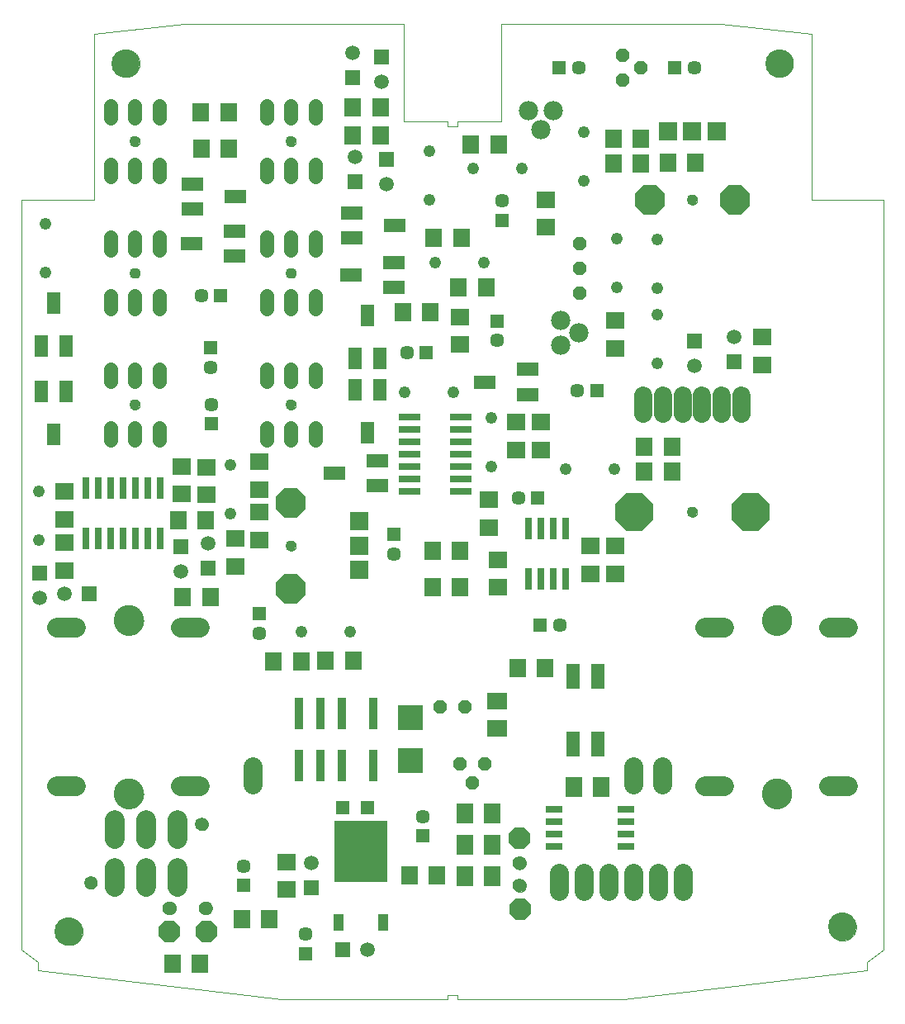
<source format=gts>
G04 EAGLE Gerber RS-274X export*
G75*
%MOMM*%
%FSLAX34Y34*%
%LPD*%
%INSolder Mask top*%
%IPPOS*%
%AMOC8*
5,1,8,0,0,1.08239X$1,22.5*%
G01*
%ADD10C,0.000000*%
%ADD11C,1.244600*%
%ADD12R,1.451600X1.451600*%
%ADD13C,1.451600*%
%ADD14R,1.901600X1.701600*%
%ADD15R,1.701600X1.901600*%
%ADD16C,1.509600*%
%ADD17R,1.509600X1.509600*%
%ADD18C,1.422400*%
%ADD19C,1.101600*%
%ADD20R,0.701600X2.301600*%
%ADD21R,2.301600X0.701600*%
%ADD22C,2.051600*%
%ADD23C,3.101600*%
%ADD24R,0.901600X3.201600*%
%ADD25P,1.539592X8X202.500000*%
%ADD26P,2.446851X8X112.500000*%
%ADD27R,1.371600X2.641600*%
%ADD28C,1.981200*%
%ADD29P,1.539592X8X292.500000*%
%ADD30P,1.539592X8X112.500000*%
%ADD31R,1.701600X1.904600*%
%ADD32R,1.422400X2.286000*%
%ADD33R,1.904600X1.701600*%
%ADD34R,2.286000X1.422400*%
%ADD35R,2.101600X1.701600*%
%ADD36R,1.701600X2.101600*%
%ADD37R,1.981200X1.981200*%
%ADD38P,3.357141X8X112.500000*%
%ADD39R,1.101600X1.701600*%
%ADD40R,5.501600X6.301600*%
%ADD41R,1.651000X0.635000*%
%ADD42P,3.357141X8X22.500000*%
%ADD43P,2.446851X8X22.500000*%
%ADD44P,2.446851X8X202.500000*%
%ADD45R,2.501600X2.501600*%
%ADD46R,1.371600X1.371600*%
%ADD47C,1.901600*%
%ADD48P,4.233877X8X22.500000*%
%ADD49C,1.981200*%
%ADD50C,1.351600*%
%ADD51C,2.901600*%
%ADD52C,1.401600*%


D10*
X917000Y820000D02*
X843000Y820000D01*
X843000Y990000D01*
X750000Y1000000D01*
X525000Y1000000D01*
X525000Y900000D01*
X480000Y900000D01*
X480000Y895000D01*
X470000Y895000D01*
X470000Y900000D01*
X425000Y900000D01*
X425000Y1000000D01*
X200000Y1000000D01*
X107000Y990000D01*
X107000Y820000D01*
X33000Y820000D01*
X50000Y30000D02*
X300000Y0D01*
X470000Y0D01*
X470000Y5000D01*
X480000Y5000D01*
X480000Y0D01*
X650000Y0D01*
X900000Y30000D01*
X900000Y38900D01*
X917000Y50800D01*
X917000Y820000D01*
X33000Y820000D02*
X33100Y50800D01*
X50000Y38900D01*
X50000Y30000D01*
D11*
X369510Y377210D03*
X319510Y377210D03*
D12*
X525700Y799150D03*
D13*
X525700Y819150D03*
D12*
X520700Y695800D03*
D13*
X520700Y675800D03*
D12*
X227212Y668498D03*
D13*
X227212Y648498D03*
D12*
X622749Y624127D03*
D13*
X602749Y624127D03*
D12*
X448150Y663480D03*
D13*
X428150Y663480D03*
D14*
X521847Y451022D03*
X521847Y423022D03*
D11*
X514350Y596500D03*
X514350Y546500D03*
X247334Y497833D03*
X247334Y547833D03*
D12*
X227423Y590350D03*
D13*
X227423Y610350D03*
D12*
X562450Y514350D03*
D13*
X542450Y514350D03*
D12*
X564801Y384258D03*
D13*
X584801Y384258D03*
D11*
X50691Y471019D03*
X50691Y521019D03*
D12*
X237276Y722116D03*
D13*
X217276Y722116D03*
D11*
X591173Y543656D03*
X641173Y543656D03*
D12*
X414670Y477000D03*
D13*
X414670Y457000D03*
D12*
X276580Y395840D03*
D13*
X276580Y375840D03*
D15*
X541988Y339637D03*
X569988Y339637D03*
D11*
X684850Y652588D03*
X684850Y702588D03*
D12*
X323850Y47150D03*
D13*
X323850Y67150D03*
D15*
X287050Y82550D03*
X259050Y82550D03*
X430500Y127000D03*
X458500Y127000D03*
D12*
X444500Y167800D03*
D13*
X444500Y187800D03*
D12*
X260350Y117000D03*
D13*
X260350Y137000D03*
D14*
X304800Y113000D03*
X304800Y141000D03*
D11*
X57150Y745160D03*
X57150Y795160D03*
D12*
X702740Y955743D03*
D13*
X722740Y955743D03*
D12*
X584360Y955743D03*
D13*
X604360Y955743D03*
D11*
X609600Y839380D03*
X609600Y889380D03*
X545700Y851870D03*
X495700Y851870D03*
D16*
X387350Y50800D03*
D17*
X361950Y50800D03*
D16*
X330200Y139700D03*
D17*
X330200Y114300D03*
D18*
X334200Y708396D02*
X334200Y721604D01*
X309200Y721604D02*
X309200Y708396D01*
X284200Y708396D02*
X284200Y721604D01*
X284200Y768396D02*
X284200Y781604D01*
X309200Y781604D02*
X309200Y768396D01*
X334200Y768396D02*
X334200Y781604D01*
D10*
X304200Y745000D02*
X304202Y745141D01*
X304208Y745282D01*
X304218Y745422D01*
X304232Y745562D01*
X304250Y745702D01*
X304271Y745841D01*
X304297Y745980D01*
X304326Y746118D01*
X304360Y746254D01*
X304397Y746390D01*
X304438Y746525D01*
X304483Y746659D01*
X304532Y746791D01*
X304584Y746922D01*
X304640Y747051D01*
X304700Y747178D01*
X304763Y747304D01*
X304829Y747428D01*
X304900Y747551D01*
X304973Y747671D01*
X305050Y747789D01*
X305130Y747905D01*
X305214Y748018D01*
X305300Y748129D01*
X305390Y748238D01*
X305483Y748344D01*
X305578Y748447D01*
X305677Y748548D01*
X305778Y748646D01*
X305882Y748741D01*
X305989Y748833D01*
X306098Y748922D01*
X306210Y749007D01*
X306324Y749090D01*
X306440Y749170D01*
X306559Y749246D01*
X306680Y749318D01*
X306802Y749388D01*
X306927Y749453D01*
X307053Y749516D01*
X307181Y749574D01*
X307311Y749629D01*
X307442Y749681D01*
X307575Y749728D01*
X307709Y749772D01*
X307844Y749813D01*
X307980Y749849D01*
X308117Y749881D01*
X308255Y749910D01*
X308393Y749935D01*
X308533Y749955D01*
X308673Y749972D01*
X308813Y749985D01*
X308954Y749994D01*
X309094Y749999D01*
X309235Y750000D01*
X309376Y749997D01*
X309517Y749990D01*
X309657Y749979D01*
X309797Y749964D01*
X309937Y749945D01*
X310076Y749923D01*
X310214Y749896D01*
X310352Y749866D01*
X310488Y749831D01*
X310624Y749793D01*
X310758Y749751D01*
X310892Y749705D01*
X311024Y749656D01*
X311154Y749602D01*
X311283Y749545D01*
X311410Y749485D01*
X311536Y749421D01*
X311659Y749353D01*
X311781Y749282D01*
X311901Y749208D01*
X312018Y749130D01*
X312133Y749049D01*
X312246Y748965D01*
X312357Y748878D01*
X312465Y748787D01*
X312570Y748694D01*
X312673Y748597D01*
X312773Y748498D01*
X312870Y748396D01*
X312964Y748291D01*
X313055Y748184D01*
X313143Y748074D01*
X313228Y747962D01*
X313310Y747847D01*
X313389Y747730D01*
X313464Y747611D01*
X313536Y747490D01*
X313604Y747367D01*
X313669Y747242D01*
X313731Y747115D01*
X313788Y746986D01*
X313843Y746856D01*
X313893Y746725D01*
X313940Y746592D01*
X313983Y746458D01*
X314022Y746322D01*
X314057Y746186D01*
X314089Y746049D01*
X314116Y745911D01*
X314140Y745772D01*
X314160Y745632D01*
X314176Y745492D01*
X314188Y745352D01*
X314196Y745211D01*
X314200Y745070D01*
X314200Y744930D01*
X314196Y744789D01*
X314188Y744648D01*
X314176Y744508D01*
X314160Y744368D01*
X314140Y744228D01*
X314116Y744089D01*
X314089Y743951D01*
X314057Y743814D01*
X314022Y743678D01*
X313983Y743542D01*
X313940Y743408D01*
X313893Y743275D01*
X313843Y743144D01*
X313788Y743014D01*
X313731Y742885D01*
X313669Y742758D01*
X313604Y742633D01*
X313536Y742510D01*
X313464Y742389D01*
X313389Y742270D01*
X313310Y742153D01*
X313228Y742038D01*
X313143Y741926D01*
X313055Y741816D01*
X312964Y741709D01*
X312870Y741604D01*
X312773Y741502D01*
X312673Y741403D01*
X312570Y741306D01*
X312465Y741213D01*
X312357Y741122D01*
X312246Y741035D01*
X312133Y740951D01*
X312018Y740870D01*
X311901Y740792D01*
X311781Y740718D01*
X311659Y740647D01*
X311536Y740579D01*
X311410Y740515D01*
X311283Y740455D01*
X311154Y740398D01*
X311024Y740344D01*
X310892Y740295D01*
X310758Y740249D01*
X310624Y740207D01*
X310488Y740169D01*
X310352Y740134D01*
X310214Y740104D01*
X310076Y740077D01*
X309937Y740055D01*
X309797Y740036D01*
X309657Y740021D01*
X309517Y740010D01*
X309376Y740003D01*
X309235Y740000D01*
X309094Y740001D01*
X308954Y740006D01*
X308813Y740015D01*
X308673Y740028D01*
X308533Y740045D01*
X308393Y740065D01*
X308255Y740090D01*
X308117Y740119D01*
X307980Y740151D01*
X307844Y740187D01*
X307709Y740228D01*
X307575Y740272D01*
X307442Y740319D01*
X307311Y740371D01*
X307181Y740426D01*
X307053Y740484D01*
X306927Y740547D01*
X306802Y740612D01*
X306680Y740682D01*
X306559Y740754D01*
X306440Y740830D01*
X306324Y740910D01*
X306210Y740993D01*
X306098Y741078D01*
X305989Y741167D01*
X305882Y741259D01*
X305778Y741354D01*
X305677Y741452D01*
X305578Y741553D01*
X305483Y741656D01*
X305390Y741762D01*
X305300Y741871D01*
X305214Y741982D01*
X305130Y742095D01*
X305050Y742211D01*
X304973Y742329D01*
X304900Y742449D01*
X304829Y742572D01*
X304763Y742696D01*
X304700Y742822D01*
X304640Y742949D01*
X304584Y743078D01*
X304532Y743209D01*
X304483Y743341D01*
X304438Y743475D01*
X304397Y743610D01*
X304360Y743746D01*
X304326Y743882D01*
X304297Y744020D01*
X304271Y744159D01*
X304250Y744298D01*
X304232Y744438D01*
X304218Y744578D01*
X304208Y744718D01*
X304202Y744859D01*
X304200Y745000D01*
D19*
X309200Y745000D03*
D20*
X111561Y472640D03*
X111561Y524640D03*
X98861Y472640D03*
X124261Y472640D03*
X136961Y472640D03*
X98861Y524640D03*
X124261Y524640D03*
X136961Y524640D03*
X162361Y472640D03*
X162361Y524640D03*
X149661Y472640D03*
X175061Y472640D03*
X149661Y524640D03*
X175061Y524640D03*
D21*
X483200Y533400D03*
X431200Y533400D03*
X483200Y520700D03*
X483200Y546100D03*
X483200Y558800D03*
X431200Y520700D03*
X431200Y546100D03*
X431200Y558800D03*
X483200Y584200D03*
X431200Y584200D03*
X483200Y571500D03*
X483200Y596900D03*
X431200Y571500D03*
X431200Y596900D03*
D20*
X577850Y483200D03*
X577850Y431200D03*
X590550Y483200D03*
X565150Y483200D03*
X552450Y483200D03*
X590550Y431200D03*
X565150Y431200D03*
X552450Y431200D03*
D22*
X89050Y218850D02*
X69550Y218850D01*
X69550Y381150D02*
X89050Y381150D01*
X196550Y218850D02*
X216050Y218850D01*
X216050Y381150D02*
X196550Y381150D01*
D10*
X127800Y211100D02*
X127805Y211468D01*
X127818Y211836D01*
X127841Y212203D01*
X127872Y212570D01*
X127913Y212936D01*
X127962Y213301D01*
X128021Y213664D01*
X128088Y214026D01*
X128164Y214387D01*
X128250Y214745D01*
X128343Y215101D01*
X128446Y215454D01*
X128557Y215805D01*
X128677Y216153D01*
X128805Y216498D01*
X128942Y216840D01*
X129087Y217179D01*
X129240Y217513D01*
X129402Y217844D01*
X129571Y218171D01*
X129749Y218493D01*
X129934Y218812D01*
X130127Y219125D01*
X130328Y219434D01*
X130536Y219737D01*
X130752Y220035D01*
X130975Y220328D01*
X131205Y220616D01*
X131442Y220898D01*
X131686Y221173D01*
X131936Y221443D01*
X132193Y221707D01*
X132457Y221964D01*
X132727Y222214D01*
X133002Y222458D01*
X133284Y222695D01*
X133572Y222925D01*
X133865Y223148D01*
X134163Y223364D01*
X134466Y223572D01*
X134775Y223773D01*
X135088Y223966D01*
X135407Y224151D01*
X135729Y224329D01*
X136056Y224498D01*
X136387Y224660D01*
X136721Y224813D01*
X137060Y224958D01*
X137402Y225095D01*
X137747Y225223D01*
X138095Y225343D01*
X138446Y225454D01*
X138799Y225557D01*
X139155Y225650D01*
X139513Y225736D01*
X139874Y225812D01*
X140236Y225879D01*
X140599Y225938D01*
X140964Y225987D01*
X141330Y226028D01*
X141697Y226059D01*
X142064Y226082D01*
X142432Y226095D01*
X142800Y226100D01*
X143168Y226095D01*
X143536Y226082D01*
X143903Y226059D01*
X144270Y226028D01*
X144636Y225987D01*
X145001Y225938D01*
X145364Y225879D01*
X145726Y225812D01*
X146087Y225736D01*
X146445Y225650D01*
X146801Y225557D01*
X147154Y225454D01*
X147505Y225343D01*
X147853Y225223D01*
X148198Y225095D01*
X148540Y224958D01*
X148879Y224813D01*
X149213Y224660D01*
X149544Y224498D01*
X149871Y224329D01*
X150193Y224151D01*
X150512Y223966D01*
X150825Y223773D01*
X151134Y223572D01*
X151437Y223364D01*
X151735Y223148D01*
X152028Y222925D01*
X152316Y222695D01*
X152598Y222458D01*
X152873Y222214D01*
X153143Y221964D01*
X153407Y221707D01*
X153664Y221443D01*
X153914Y221173D01*
X154158Y220898D01*
X154395Y220616D01*
X154625Y220328D01*
X154848Y220035D01*
X155064Y219737D01*
X155272Y219434D01*
X155473Y219125D01*
X155666Y218812D01*
X155851Y218493D01*
X156029Y218171D01*
X156198Y217844D01*
X156360Y217513D01*
X156513Y217179D01*
X156658Y216840D01*
X156795Y216498D01*
X156923Y216153D01*
X157043Y215805D01*
X157154Y215454D01*
X157257Y215101D01*
X157350Y214745D01*
X157436Y214387D01*
X157512Y214026D01*
X157579Y213664D01*
X157638Y213301D01*
X157687Y212936D01*
X157728Y212570D01*
X157759Y212203D01*
X157782Y211836D01*
X157795Y211468D01*
X157800Y211100D01*
X157795Y210732D01*
X157782Y210364D01*
X157759Y209997D01*
X157728Y209630D01*
X157687Y209264D01*
X157638Y208899D01*
X157579Y208536D01*
X157512Y208174D01*
X157436Y207813D01*
X157350Y207455D01*
X157257Y207099D01*
X157154Y206746D01*
X157043Y206395D01*
X156923Y206047D01*
X156795Y205702D01*
X156658Y205360D01*
X156513Y205021D01*
X156360Y204687D01*
X156198Y204356D01*
X156029Y204029D01*
X155851Y203707D01*
X155666Y203388D01*
X155473Y203075D01*
X155272Y202766D01*
X155064Y202463D01*
X154848Y202165D01*
X154625Y201872D01*
X154395Y201584D01*
X154158Y201302D01*
X153914Y201027D01*
X153664Y200757D01*
X153407Y200493D01*
X153143Y200236D01*
X152873Y199986D01*
X152598Y199742D01*
X152316Y199505D01*
X152028Y199275D01*
X151735Y199052D01*
X151437Y198836D01*
X151134Y198628D01*
X150825Y198427D01*
X150512Y198234D01*
X150193Y198049D01*
X149871Y197871D01*
X149544Y197702D01*
X149213Y197540D01*
X148879Y197387D01*
X148540Y197242D01*
X148198Y197105D01*
X147853Y196977D01*
X147505Y196857D01*
X147154Y196746D01*
X146801Y196643D01*
X146445Y196550D01*
X146087Y196464D01*
X145726Y196388D01*
X145364Y196321D01*
X145001Y196262D01*
X144636Y196213D01*
X144270Y196172D01*
X143903Y196141D01*
X143536Y196118D01*
X143168Y196105D01*
X142800Y196100D01*
X142432Y196105D01*
X142064Y196118D01*
X141697Y196141D01*
X141330Y196172D01*
X140964Y196213D01*
X140599Y196262D01*
X140236Y196321D01*
X139874Y196388D01*
X139513Y196464D01*
X139155Y196550D01*
X138799Y196643D01*
X138446Y196746D01*
X138095Y196857D01*
X137747Y196977D01*
X137402Y197105D01*
X137060Y197242D01*
X136721Y197387D01*
X136387Y197540D01*
X136056Y197702D01*
X135729Y197871D01*
X135407Y198049D01*
X135088Y198234D01*
X134775Y198427D01*
X134466Y198628D01*
X134163Y198836D01*
X133865Y199052D01*
X133572Y199275D01*
X133284Y199505D01*
X133002Y199742D01*
X132727Y199986D01*
X132457Y200236D01*
X132193Y200493D01*
X131936Y200757D01*
X131686Y201027D01*
X131442Y201302D01*
X131205Y201584D01*
X130975Y201872D01*
X130752Y202165D01*
X130536Y202463D01*
X130328Y202766D01*
X130127Y203075D01*
X129934Y203388D01*
X129749Y203707D01*
X129571Y204029D01*
X129402Y204356D01*
X129240Y204687D01*
X129087Y205021D01*
X128942Y205360D01*
X128805Y205702D01*
X128677Y206047D01*
X128557Y206395D01*
X128446Y206746D01*
X128343Y207099D01*
X128250Y207455D01*
X128164Y207813D01*
X128088Y208174D01*
X128021Y208536D01*
X127962Y208899D01*
X127913Y209264D01*
X127872Y209630D01*
X127841Y209997D01*
X127818Y210364D01*
X127805Y210732D01*
X127800Y211100D01*
D23*
X142800Y211100D03*
D10*
X127800Y388900D02*
X127805Y389268D01*
X127818Y389636D01*
X127841Y390003D01*
X127872Y390370D01*
X127913Y390736D01*
X127962Y391101D01*
X128021Y391464D01*
X128088Y391826D01*
X128164Y392187D01*
X128250Y392545D01*
X128343Y392901D01*
X128446Y393254D01*
X128557Y393605D01*
X128677Y393953D01*
X128805Y394298D01*
X128942Y394640D01*
X129087Y394979D01*
X129240Y395313D01*
X129402Y395644D01*
X129571Y395971D01*
X129749Y396293D01*
X129934Y396612D01*
X130127Y396925D01*
X130328Y397234D01*
X130536Y397537D01*
X130752Y397835D01*
X130975Y398128D01*
X131205Y398416D01*
X131442Y398698D01*
X131686Y398973D01*
X131936Y399243D01*
X132193Y399507D01*
X132457Y399764D01*
X132727Y400014D01*
X133002Y400258D01*
X133284Y400495D01*
X133572Y400725D01*
X133865Y400948D01*
X134163Y401164D01*
X134466Y401372D01*
X134775Y401573D01*
X135088Y401766D01*
X135407Y401951D01*
X135729Y402129D01*
X136056Y402298D01*
X136387Y402460D01*
X136721Y402613D01*
X137060Y402758D01*
X137402Y402895D01*
X137747Y403023D01*
X138095Y403143D01*
X138446Y403254D01*
X138799Y403357D01*
X139155Y403450D01*
X139513Y403536D01*
X139874Y403612D01*
X140236Y403679D01*
X140599Y403738D01*
X140964Y403787D01*
X141330Y403828D01*
X141697Y403859D01*
X142064Y403882D01*
X142432Y403895D01*
X142800Y403900D01*
X143168Y403895D01*
X143536Y403882D01*
X143903Y403859D01*
X144270Y403828D01*
X144636Y403787D01*
X145001Y403738D01*
X145364Y403679D01*
X145726Y403612D01*
X146087Y403536D01*
X146445Y403450D01*
X146801Y403357D01*
X147154Y403254D01*
X147505Y403143D01*
X147853Y403023D01*
X148198Y402895D01*
X148540Y402758D01*
X148879Y402613D01*
X149213Y402460D01*
X149544Y402298D01*
X149871Y402129D01*
X150193Y401951D01*
X150512Y401766D01*
X150825Y401573D01*
X151134Y401372D01*
X151437Y401164D01*
X151735Y400948D01*
X152028Y400725D01*
X152316Y400495D01*
X152598Y400258D01*
X152873Y400014D01*
X153143Y399764D01*
X153407Y399507D01*
X153664Y399243D01*
X153914Y398973D01*
X154158Y398698D01*
X154395Y398416D01*
X154625Y398128D01*
X154848Y397835D01*
X155064Y397537D01*
X155272Y397234D01*
X155473Y396925D01*
X155666Y396612D01*
X155851Y396293D01*
X156029Y395971D01*
X156198Y395644D01*
X156360Y395313D01*
X156513Y394979D01*
X156658Y394640D01*
X156795Y394298D01*
X156923Y393953D01*
X157043Y393605D01*
X157154Y393254D01*
X157257Y392901D01*
X157350Y392545D01*
X157436Y392187D01*
X157512Y391826D01*
X157579Y391464D01*
X157638Y391101D01*
X157687Y390736D01*
X157728Y390370D01*
X157759Y390003D01*
X157782Y389636D01*
X157795Y389268D01*
X157800Y388900D01*
X157795Y388532D01*
X157782Y388164D01*
X157759Y387797D01*
X157728Y387430D01*
X157687Y387064D01*
X157638Y386699D01*
X157579Y386336D01*
X157512Y385974D01*
X157436Y385613D01*
X157350Y385255D01*
X157257Y384899D01*
X157154Y384546D01*
X157043Y384195D01*
X156923Y383847D01*
X156795Y383502D01*
X156658Y383160D01*
X156513Y382821D01*
X156360Y382487D01*
X156198Y382156D01*
X156029Y381829D01*
X155851Y381507D01*
X155666Y381188D01*
X155473Y380875D01*
X155272Y380566D01*
X155064Y380263D01*
X154848Y379965D01*
X154625Y379672D01*
X154395Y379384D01*
X154158Y379102D01*
X153914Y378827D01*
X153664Y378557D01*
X153407Y378293D01*
X153143Y378036D01*
X152873Y377786D01*
X152598Y377542D01*
X152316Y377305D01*
X152028Y377075D01*
X151735Y376852D01*
X151437Y376636D01*
X151134Y376428D01*
X150825Y376227D01*
X150512Y376034D01*
X150193Y375849D01*
X149871Y375671D01*
X149544Y375502D01*
X149213Y375340D01*
X148879Y375187D01*
X148540Y375042D01*
X148198Y374905D01*
X147853Y374777D01*
X147505Y374657D01*
X147154Y374546D01*
X146801Y374443D01*
X146445Y374350D01*
X146087Y374264D01*
X145726Y374188D01*
X145364Y374121D01*
X145001Y374062D01*
X144636Y374013D01*
X144270Y373972D01*
X143903Y373941D01*
X143536Y373918D01*
X143168Y373905D01*
X142800Y373900D01*
X142432Y373905D01*
X142064Y373918D01*
X141697Y373941D01*
X141330Y373972D01*
X140964Y374013D01*
X140599Y374062D01*
X140236Y374121D01*
X139874Y374188D01*
X139513Y374264D01*
X139155Y374350D01*
X138799Y374443D01*
X138446Y374546D01*
X138095Y374657D01*
X137747Y374777D01*
X137402Y374905D01*
X137060Y375042D01*
X136721Y375187D01*
X136387Y375340D01*
X136056Y375502D01*
X135729Y375671D01*
X135407Y375849D01*
X135088Y376034D01*
X134775Y376227D01*
X134466Y376428D01*
X134163Y376636D01*
X133865Y376852D01*
X133572Y377075D01*
X133284Y377305D01*
X133002Y377542D01*
X132727Y377786D01*
X132457Y378036D01*
X132193Y378293D01*
X131936Y378557D01*
X131686Y378827D01*
X131442Y379102D01*
X131205Y379384D01*
X130975Y379672D01*
X130752Y379965D01*
X130536Y380263D01*
X130328Y380566D01*
X130127Y380875D01*
X129934Y381188D01*
X129749Y381507D01*
X129571Y381829D01*
X129402Y382156D01*
X129240Y382487D01*
X129087Y382821D01*
X128942Y383160D01*
X128805Y383502D01*
X128677Y383847D01*
X128557Y384195D01*
X128446Y384546D01*
X128343Y384899D01*
X128250Y385255D01*
X128164Y385613D01*
X128088Y385974D01*
X128021Y386336D01*
X127962Y386699D01*
X127913Y387064D01*
X127872Y387430D01*
X127841Y387797D01*
X127818Y388164D01*
X127805Y388532D01*
X127800Y388900D01*
D23*
X142800Y388900D03*
D24*
X393600Y293200D03*
X361600Y293200D03*
X339600Y293200D03*
X317600Y293200D03*
X393600Y240200D03*
X361600Y240200D03*
X339600Y240200D03*
X317600Y240200D03*
D25*
X487700Y300000D03*
X462300Y300000D03*
D26*
X543560Y165100D03*
X544560Y92280D03*
D18*
X334200Y843396D02*
X334200Y856604D01*
X309200Y856604D02*
X309200Y843396D01*
X284200Y843396D02*
X284200Y856604D01*
X284200Y903396D02*
X284200Y916604D01*
X309200Y916604D02*
X309200Y903396D01*
X334200Y903396D02*
X334200Y916604D01*
D10*
X304200Y880000D02*
X304202Y880141D01*
X304208Y880282D01*
X304218Y880422D01*
X304232Y880562D01*
X304250Y880702D01*
X304271Y880841D01*
X304297Y880980D01*
X304326Y881118D01*
X304360Y881254D01*
X304397Y881390D01*
X304438Y881525D01*
X304483Y881659D01*
X304532Y881791D01*
X304584Y881922D01*
X304640Y882051D01*
X304700Y882178D01*
X304763Y882304D01*
X304829Y882428D01*
X304900Y882551D01*
X304973Y882671D01*
X305050Y882789D01*
X305130Y882905D01*
X305214Y883018D01*
X305300Y883129D01*
X305390Y883238D01*
X305483Y883344D01*
X305578Y883447D01*
X305677Y883548D01*
X305778Y883646D01*
X305882Y883741D01*
X305989Y883833D01*
X306098Y883922D01*
X306210Y884007D01*
X306324Y884090D01*
X306440Y884170D01*
X306559Y884246D01*
X306680Y884318D01*
X306802Y884388D01*
X306927Y884453D01*
X307053Y884516D01*
X307181Y884574D01*
X307311Y884629D01*
X307442Y884681D01*
X307575Y884728D01*
X307709Y884772D01*
X307844Y884813D01*
X307980Y884849D01*
X308117Y884881D01*
X308255Y884910D01*
X308393Y884935D01*
X308533Y884955D01*
X308673Y884972D01*
X308813Y884985D01*
X308954Y884994D01*
X309094Y884999D01*
X309235Y885000D01*
X309376Y884997D01*
X309517Y884990D01*
X309657Y884979D01*
X309797Y884964D01*
X309937Y884945D01*
X310076Y884923D01*
X310214Y884896D01*
X310352Y884866D01*
X310488Y884831D01*
X310624Y884793D01*
X310758Y884751D01*
X310892Y884705D01*
X311024Y884656D01*
X311154Y884602D01*
X311283Y884545D01*
X311410Y884485D01*
X311536Y884421D01*
X311659Y884353D01*
X311781Y884282D01*
X311901Y884208D01*
X312018Y884130D01*
X312133Y884049D01*
X312246Y883965D01*
X312357Y883878D01*
X312465Y883787D01*
X312570Y883694D01*
X312673Y883597D01*
X312773Y883498D01*
X312870Y883396D01*
X312964Y883291D01*
X313055Y883184D01*
X313143Y883074D01*
X313228Y882962D01*
X313310Y882847D01*
X313389Y882730D01*
X313464Y882611D01*
X313536Y882490D01*
X313604Y882367D01*
X313669Y882242D01*
X313731Y882115D01*
X313788Y881986D01*
X313843Y881856D01*
X313893Y881725D01*
X313940Y881592D01*
X313983Y881458D01*
X314022Y881322D01*
X314057Y881186D01*
X314089Y881049D01*
X314116Y880911D01*
X314140Y880772D01*
X314160Y880632D01*
X314176Y880492D01*
X314188Y880352D01*
X314196Y880211D01*
X314200Y880070D01*
X314200Y879930D01*
X314196Y879789D01*
X314188Y879648D01*
X314176Y879508D01*
X314160Y879368D01*
X314140Y879228D01*
X314116Y879089D01*
X314089Y878951D01*
X314057Y878814D01*
X314022Y878678D01*
X313983Y878542D01*
X313940Y878408D01*
X313893Y878275D01*
X313843Y878144D01*
X313788Y878014D01*
X313731Y877885D01*
X313669Y877758D01*
X313604Y877633D01*
X313536Y877510D01*
X313464Y877389D01*
X313389Y877270D01*
X313310Y877153D01*
X313228Y877038D01*
X313143Y876926D01*
X313055Y876816D01*
X312964Y876709D01*
X312870Y876604D01*
X312773Y876502D01*
X312673Y876403D01*
X312570Y876306D01*
X312465Y876213D01*
X312357Y876122D01*
X312246Y876035D01*
X312133Y875951D01*
X312018Y875870D01*
X311901Y875792D01*
X311781Y875718D01*
X311659Y875647D01*
X311536Y875579D01*
X311410Y875515D01*
X311283Y875455D01*
X311154Y875398D01*
X311024Y875344D01*
X310892Y875295D01*
X310758Y875249D01*
X310624Y875207D01*
X310488Y875169D01*
X310352Y875134D01*
X310214Y875104D01*
X310076Y875077D01*
X309937Y875055D01*
X309797Y875036D01*
X309657Y875021D01*
X309517Y875010D01*
X309376Y875003D01*
X309235Y875000D01*
X309094Y875001D01*
X308954Y875006D01*
X308813Y875015D01*
X308673Y875028D01*
X308533Y875045D01*
X308393Y875065D01*
X308255Y875090D01*
X308117Y875119D01*
X307980Y875151D01*
X307844Y875187D01*
X307709Y875228D01*
X307575Y875272D01*
X307442Y875319D01*
X307311Y875371D01*
X307181Y875426D01*
X307053Y875484D01*
X306927Y875547D01*
X306802Y875612D01*
X306680Y875682D01*
X306559Y875754D01*
X306440Y875830D01*
X306324Y875910D01*
X306210Y875993D01*
X306098Y876078D01*
X305989Y876167D01*
X305882Y876259D01*
X305778Y876354D01*
X305677Y876452D01*
X305578Y876553D01*
X305483Y876656D01*
X305390Y876762D01*
X305300Y876871D01*
X305214Y876982D01*
X305130Y877095D01*
X305050Y877211D01*
X304973Y877329D01*
X304900Y877449D01*
X304829Y877572D01*
X304763Y877696D01*
X304700Y877822D01*
X304640Y877949D01*
X304584Y878078D01*
X304532Y878209D01*
X304483Y878341D01*
X304438Y878475D01*
X304397Y878610D01*
X304360Y878746D01*
X304326Y878882D01*
X304297Y879020D01*
X304271Y879159D01*
X304250Y879298D01*
X304232Y879438D01*
X304218Y879578D01*
X304208Y879718D01*
X304202Y879859D01*
X304200Y880000D01*
D19*
X309200Y880000D03*
D18*
X124200Y903396D02*
X124200Y916604D01*
X149200Y916604D02*
X149200Y903396D01*
X174200Y903396D02*
X174200Y916604D01*
X174200Y856604D02*
X174200Y843396D01*
X149200Y843396D02*
X149200Y856604D01*
X124200Y856604D02*
X124200Y843396D01*
D10*
X144200Y880000D02*
X144202Y880141D01*
X144208Y880282D01*
X144218Y880422D01*
X144232Y880562D01*
X144250Y880702D01*
X144271Y880841D01*
X144297Y880980D01*
X144326Y881118D01*
X144360Y881254D01*
X144397Y881390D01*
X144438Y881525D01*
X144483Y881659D01*
X144532Y881791D01*
X144584Y881922D01*
X144640Y882051D01*
X144700Y882178D01*
X144763Y882304D01*
X144829Y882428D01*
X144900Y882551D01*
X144973Y882671D01*
X145050Y882789D01*
X145130Y882905D01*
X145214Y883018D01*
X145300Y883129D01*
X145390Y883238D01*
X145483Y883344D01*
X145578Y883447D01*
X145677Y883548D01*
X145778Y883646D01*
X145882Y883741D01*
X145989Y883833D01*
X146098Y883922D01*
X146210Y884007D01*
X146324Y884090D01*
X146440Y884170D01*
X146559Y884246D01*
X146680Y884318D01*
X146802Y884388D01*
X146927Y884453D01*
X147053Y884516D01*
X147181Y884574D01*
X147311Y884629D01*
X147442Y884681D01*
X147575Y884728D01*
X147709Y884772D01*
X147844Y884813D01*
X147980Y884849D01*
X148117Y884881D01*
X148255Y884910D01*
X148393Y884935D01*
X148533Y884955D01*
X148673Y884972D01*
X148813Y884985D01*
X148954Y884994D01*
X149094Y884999D01*
X149235Y885000D01*
X149376Y884997D01*
X149517Y884990D01*
X149657Y884979D01*
X149797Y884964D01*
X149937Y884945D01*
X150076Y884923D01*
X150214Y884896D01*
X150352Y884866D01*
X150488Y884831D01*
X150624Y884793D01*
X150758Y884751D01*
X150892Y884705D01*
X151024Y884656D01*
X151154Y884602D01*
X151283Y884545D01*
X151410Y884485D01*
X151536Y884421D01*
X151659Y884353D01*
X151781Y884282D01*
X151901Y884208D01*
X152018Y884130D01*
X152133Y884049D01*
X152246Y883965D01*
X152357Y883878D01*
X152465Y883787D01*
X152570Y883694D01*
X152673Y883597D01*
X152773Y883498D01*
X152870Y883396D01*
X152964Y883291D01*
X153055Y883184D01*
X153143Y883074D01*
X153228Y882962D01*
X153310Y882847D01*
X153389Y882730D01*
X153464Y882611D01*
X153536Y882490D01*
X153604Y882367D01*
X153669Y882242D01*
X153731Y882115D01*
X153788Y881986D01*
X153843Y881856D01*
X153893Y881725D01*
X153940Y881592D01*
X153983Y881458D01*
X154022Y881322D01*
X154057Y881186D01*
X154089Y881049D01*
X154116Y880911D01*
X154140Y880772D01*
X154160Y880632D01*
X154176Y880492D01*
X154188Y880352D01*
X154196Y880211D01*
X154200Y880070D01*
X154200Y879930D01*
X154196Y879789D01*
X154188Y879648D01*
X154176Y879508D01*
X154160Y879368D01*
X154140Y879228D01*
X154116Y879089D01*
X154089Y878951D01*
X154057Y878814D01*
X154022Y878678D01*
X153983Y878542D01*
X153940Y878408D01*
X153893Y878275D01*
X153843Y878144D01*
X153788Y878014D01*
X153731Y877885D01*
X153669Y877758D01*
X153604Y877633D01*
X153536Y877510D01*
X153464Y877389D01*
X153389Y877270D01*
X153310Y877153D01*
X153228Y877038D01*
X153143Y876926D01*
X153055Y876816D01*
X152964Y876709D01*
X152870Y876604D01*
X152773Y876502D01*
X152673Y876403D01*
X152570Y876306D01*
X152465Y876213D01*
X152357Y876122D01*
X152246Y876035D01*
X152133Y875951D01*
X152018Y875870D01*
X151901Y875792D01*
X151781Y875718D01*
X151659Y875647D01*
X151536Y875579D01*
X151410Y875515D01*
X151283Y875455D01*
X151154Y875398D01*
X151024Y875344D01*
X150892Y875295D01*
X150758Y875249D01*
X150624Y875207D01*
X150488Y875169D01*
X150352Y875134D01*
X150214Y875104D01*
X150076Y875077D01*
X149937Y875055D01*
X149797Y875036D01*
X149657Y875021D01*
X149517Y875010D01*
X149376Y875003D01*
X149235Y875000D01*
X149094Y875001D01*
X148954Y875006D01*
X148813Y875015D01*
X148673Y875028D01*
X148533Y875045D01*
X148393Y875065D01*
X148255Y875090D01*
X148117Y875119D01*
X147980Y875151D01*
X147844Y875187D01*
X147709Y875228D01*
X147575Y875272D01*
X147442Y875319D01*
X147311Y875371D01*
X147181Y875426D01*
X147053Y875484D01*
X146927Y875547D01*
X146802Y875612D01*
X146680Y875682D01*
X146559Y875754D01*
X146440Y875830D01*
X146324Y875910D01*
X146210Y875993D01*
X146098Y876078D01*
X145989Y876167D01*
X145882Y876259D01*
X145778Y876354D01*
X145677Y876452D01*
X145578Y876553D01*
X145483Y876656D01*
X145390Y876762D01*
X145300Y876871D01*
X145214Y876982D01*
X145130Y877095D01*
X145050Y877211D01*
X144973Y877329D01*
X144900Y877449D01*
X144829Y877572D01*
X144763Y877696D01*
X144700Y877822D01*
X144640Y877949D01*
X144584Y878078D01*
X144532Y878209D01*
X144483Y878341D01*
X144438Y878475D01*
X144397Y878610D01*
X144360Y878746D01*
X144326Y878882D01*
X144297Y879020D01*
X144271Y879159D01*
X144250Y879298D01*
X144232Y879438D01*
X144218Y879578D01*
X144208Y879718D01*
X144202Y879859D01*
X144200Y880000D01*
D19*
X149200Y880000D03*
D27*
X598200Y261764D03*
X623600Y261764D03*
X623600Y331764D03*
X598200Y331764D03*
D22*
X861050Y381150D02*
X880550Y381150D01*
X880550Y218850D02*
X861050Y218850D01*
X753550Y381150D02*
X734050Y381150D01*
X734050Y218850D02*
X753550Y218850D01*
D10*
X792300Y388900D02*
X792305Y389268D01*
X792318Y389636D01*
X792341Y390003D01*
X792372Y390370D01*
X792413Y390736D01*
X792462Y391101D01*
X792521Y391464D01*
X792588Y391826D01*
X792664Y392187D01*
X792750Y392545D01*
X792843Y392901D01*
X792946Y393254D01*
X793057Y393605D01*
X793177Y393953D01*
X793305Y394298D01*
X793442Y394640D01*
X793587Y394979D01*
X793740Y395313D01*
X793902Y395644D01*
X794071Y395971D01*
X794249Y396293D01*
X794434Y396612D01*
X794627Y396925D01*
X794828Y397234D01*
X795036Y397537D01*
X795252Y397835D01*
X795475Y398128D01*
X795705Y398416D01*
X795942Y398698D01*
X796186Y398973D01*
X796436Y399243D01*
X796693Y399507D01*
X796957Y399764D01*
X797227Y400014D01*
X797502Y400258D01*
X797784Y400495D01*
X798072Y400725D01*
X798365Y400948D01*
X798663Y401164D01*
X798966Y401372D01*
X799275Y401573D01*
X799588Y401766D01*
X799907Y401951D01*
X800229Y402129D01*
X800556Y402298D01*
X800887Y402460D01*
X801221Y402613D01*
X801560Y402758D01*
X801902Y402895D01*
X802247Y403023D01*
X802595Y403143D01*
X802946Y403254D01*
X803299Y403357D01*
X803655Y403450D01*
X804013Y403536D01*
X804374Y403612D01*
X804736Y403679D01*
X805099Y403738D01*
X805464Y403787D01*
X805830Y403828D01*
X806197Y403859D01*
X806564Y403882D01*
X806932Y403895D01*
X807300Y403900D01*
X807668Y403895D01*
X808036Y403882D01*
X808403Y403859D01*
X808770Y403828D01*
X809136Y403787D01*
X809501Y403738D01*
X809864Y403679D01*
X810226Y403612D01*
X810587Y403536D01*
X810945Y403450D01*
X811301Y403357D01*
X811654Y403254D01*
X812005Y403143D01*
X812353Y403023D01*
X812698Y402895D01*
X813040Y402758D01*
X813379Y402613D01*
X813713Y402460D01*
X814044Y402298D01*
X814371Y402129D01*
X814693Y401951D01*
X815012Y401766D01*
X815325Y401573D01*
X815634Y401372D01*
X815937Y401164D01*
X816235Y400948D01*
X816528Y400725D01*
X816816Y400495D01*
X817098Y400258D01*
X817373Y400014D01*
X817643Y399764D01*
X817907Y399507D01*
X818164Y399243D01*
X818414Y398973D01*
X818658Y398698D01*
X818895Y398416D01*
X819125Y398128D01*
X819348Y397835D01*
X819564Y397537D01*
X819772Y397234D01*
X819973Y396925D01*
X820166Y396612D01*
X820351Y396293D01*
X820529Y395971D01*
X820698Y395644D01*
X820860Y395313D01*
X821013Y394979D01*
X821158Y394640D01*
X821295Y394298D01*
X821423Y393953D01*
X821543Y393605D01*
X821654Y393254D01*
X821757Y392901D01*
X821850Y392545D01*
X821936Y392187D01*
X822012Y391826D01*
X822079Y391464D01*
X822138Y391101D01*
X822187Y390736D01*
X822228Y390370D01*
X822259Y390003D01*
X822282Y389636D01*
X822295Y389268D01*
X822300Y388900D01*
X822295Y388532D01*
X822282Y388164D01*
X822259Y387797D01*
X822228Y387430D01*
X822187Y387064D01*
X822138Y386699D01*
X822079Y386336D01*
X822012Y385974D01*
X821936Y385613D01*
X821850Y385255D01*
X821757Y384899D01*
X821654Y384546D01*
X821543Y384195D01*
X821423Y383847D01*
X821295Y383502D01*
X821158Y383160D01*
X821013Y382821D01*
X820860Y382487D01*
X820698Y382156D01*
X820529Y381829D01*
X820351Y381507D01*
X820166Y381188D01*
X819973Y380875D01*
X819772Y380566D01*
X819564Y380263D01*
X819348Y379965D01*
X819125Y379672D01*
X818895Y379384D01*
X818658Y379102D01*
X818414Y378827D01*
X818164Y378557D01*
X817907Y378293D01*
X817643Y378036D01*
X817373Y377786D01*
X817098Y377542D01*
X816816Y377305D01*
X816528Y377075D01*
X816235Y376852D01*
X815937Y376636D01*
X815634Y376428D01*
X815325Y376227D01*
X815012Y376034D01*
X814693Y375849D01*
X814371Y375671D01*
X814044Y375502D01*
X813713Y375340D01*
X813379Y375187D01*
X813040Y375042D01*
X812698Y374905D01*
X812353Y374777D01*
X812005Y374657D01*
X811654Y374546D01*
X811301Y374443D01*
X810945Y374350D01*
X810587Y374264D01*
X810226Y374188D01*
X809864Y374121D01*
X809501Y374062D01*
X809136Y374013D01*
X808770Y373972D01*
X808403Y373941D01*
X808036Y373918D01*
X807668Y373905D01*
X807300Y373900D01*
X806932Y373905D01*
X806564Y373918D01*
X806197Y373941D01*
X805830Y373972D01*
X805464Y374013D01*
X805099Y374062D01*
X804736Y374121D01*
X804374Y374188D01*
X804013Y374264D01*
X803655Y374350D01*
X803299Y374443D01*
X802946Y374546D01*
X802595Y374657D01*
X802247Y374777D01*
X801902Y374905D01*
X801560Y375042D01*
X801221Y375187D01*
X800887Y375340D01*
X800556Y375502D01*
X800229Y375671D01*
X799907Y375849D01*
X799588Y376034D01*
X799275Y376227D01*
X798966Y376428D01*
X798663Y376636D01*
X798365Y376852D01*
X798072Y377075D01*
X797784Y377305D01*
X797502Y377542D01*
X797227Y377786D01*
X796957Y378036D01*
X796693Y378293D01*
X796436Y378557D01*
X796186Y378827D01*
X795942Y379102D01*
X795705Y379384D01*
X795475Y379672D01*
X795252Y379965D01*
X795036Y380263D01*
X794828Y380566D01*
X794627Y380875D01*
X794434Y381188D01*
X794249Y381507D01*
X794071Y381829D01*
X793902Y382156D01*
X793740Y382487D01*
X793587Y382821D01*
X793442Y383160D01*
X793305Y383502D01*
X793177Y383847D01*
X793057Y384195D01*
X792946Y384546D01*
X792843Y384899D01*
X792750Y385255D01*
X792664Y385613D01*
X792588Y385974D01*
X792521Y386336D01*
X792462Y386699D01*
X792413Y387064D01*
X792372Y387430D01*
X792341Y387797D01*
X792318Y388164D01*
X792305Y388532D01*
X792300Y388900D01*
D23*
X807300Y388900D03*
D10*
X792300Y211100D02*
X792305Y211468D01*
X792318Y211836D01*
X792341Y212203D01*
X792372Y212570D01*
X792413Y212936D01*
X792462Y213301D01*
X792521Y213664D01*
X792588Y214026D01*
X792664Y214387D01*
X792750Y214745D01*
X792843Y215101D01*
X792946Y215454D01*
X793057Y215805D01*
X793177Y216153D01*
X793305Y216498D01*
X793442Y216840D01*
X793587Y217179D01*
X793740Y217513D01*
X793902Y217844D01*
X794071Y218171D01*
X794249Y218493D01*
X794434Y218812D01*
X794627Y219125D01*
X794828Y219434D01*
X795036Y219737D01*
X795252Y220035D01*
X795475Y220328D01*
X795705Y220616D01*
X795942Y220898D01*
X796186Y221173D01*
X796436Y221443D01*
X796693Y221707D01*
X796957Y221964D01*
X797227Y222214D01*
X797502Y222458D01*
X797784Y222695D01*
X798072Y222925D01*
X798365Y223148D01*
X798663Y223364D01*
X798966Y223572D01*
X799275Y223773D01*
X799588Y223966D01*
X799907Y224151D01*
X800229Y224329D01*
X800556Y224498D01*
X800887Y224660D01*
X801221Y224813D01*
X801560Y224958D01*
X801902Y225095D01*
X802247Y225223D01*
X802595Y225343D01*
X802946Y225454D01*
X803299Y225557D01*
X803655Y225650D01*
X804013Y225736D01*
X804374Y225812D01*
X804736Y225879D01*
X805099Y225938D01*
X805464Y225987D01*
X805830Y226028D01*
X806197Y226059D01*
X806564Y226082D01*
X806932Y226095D01*
X807300Y226100D01*
X807668Y226095D01*
X808036Y226082D01*
X808403Y226059D01*
X808770Y226028D01*
X809136Y225987D01*
X809501Y225938D01*
X809864Y225879D01*
X810226Y225812D01*
X810587Y225736D01*
X810945Y225650D01*
X811301Y225557D01*
X811654Y225454D01*
X812005Y225343D01*
X812353Y225223D01*
X812698Y225095D01*
X813040Y224958D01*
X813379Y224813D01*
X813713Y224660D01*
X814044Y224498D01*
X814371Y224329D01*
X814693Y224151D01*
X815012Y223966D01*
X815325Y223773D01*
X815634Y223572D01*
X815937Y223364D01*
X816235Y223148D01*
X816528Y222925D01*
X816816Y222695D01*
X817098Y222458D01*
X817373Y222214D01*
X817643Y221964D01*
X817907Y221707D01*
X818164Y221443D01*
X818414Y221173D01*
X818658Y220898D01*
X818895Y220616D01*
X819125Y220328D01*
X819348Y220035D01*
X819564Y219737D01*
X819772Y219434D01*
X819973Y219125D01*
X820166Y218812D01*
X820351Y218493D01*
X820529Y218171D01*
X820698Y217844D01*
X820860Y217513D01*
X821013Y217179D01*
X821158Y216840D01*
X821295Y216498D01*
X821423Y216153D01*
X821543Y215805D01*
X821654Y215454D01*
X821757Y215101D01*
X821850Y214745D01*
X821936Y214387D01*
X822012Y214026D01*
X822079Y213664D01*
X822138Y213301D01*
X822187Y212936D01*
X822228Y212570D01*
X822259Y212203D01*
X822282Y211836D01*
X822295Y211468D01*
X822300Y211100D01*
X822295Y210732D01*
X822282Y210364D01*
X822259Y209997D01*
X822228Y209630D01*
X822187Y209264D01*
X822138Y208899D01*
X822079Y208536D01*
X822012Y208174D01*
X821936Y207813D01*
X821850Y207455D01*
X821757Y207099D01*
X821654Y206746D01*
X821543Y206395D01*
X821423Y206047D01*
X821295Y205702D01*
X821158Y205360D01*
X821013Y205021D01*
X820860Y204687D01*
X820698Y204356D01*
X820529Y204029D01*
X820351Y203707D01*
X820166Y203388D01*
X819973Y203075D01*
X819772Y202766D01*
X819564Y202463D01*
X819348Y202165D01*
X819125Y201872D01*
X818895Y201584D01*
X818658Y201302D01*
X818414Y201027D01*
X818164Y200757D01*
X817907Y200493D01*
X817643Y200236D01*
X817373Y199986D01*
X817098Y199742D01*
X816816Y199505D01*
X816528Y199275D01*
X816235Y199052D01*
X815937Y198836D01*
X815634Y198628D01*
X815325Y198427D01*
X815012Y198234D01*
X814693Y198049D01*
X814371Y197871D01*
X814044Y197702D01*
X813713Y197540D01*
X813379Y197387D01*
X813040Y197242D01*
X812698Y197105D01*
X812353Y196977D01*
X812005Y196857D01*
X811654Y196746D01*
X811301Y196643D01*
X810945Y196550D01*
X810587Y196464D01*
X810226Y196388D01*
X809864Y196321D01*
X809501Y196262D01*
X809136Y196213D01*
X808770Y196172D01*
X808403Y196141D01*
X808036Y196118D01*
X807668Y196105D01*
X807300Y196100D01*
X806932Y196105D01*
X806564Y196118D01*
X806197Y196141D01*
X805830Y196172D01*
X805464Y196213D01*
X805099Y196262D01*
X804736Y196321D01*
X804374Y196388D01*
X804013Y196464D01*
X803655Y196550D01*
X803299Y196643D01*
X802946Y196746D01*
X802595Y196857D01*
X802247Y196977D01*
X801902Y197105D01*
X801560Y197242D01*
X801221Y197387D01*
X800887Y197540D01*
X800556Y197702D01*
X800229Y197871D01*
X799907Y198049D01*
X799588Y198234D01*
X799275Y198427D01*
X798966Y198628D01*
X798663Y198836D01*
X798365Y199052D01*
X798072Y199275D01*
X797784Y199505D01*
X797502Y199742D01*
X797227Y199986D01*
X796957Y200236D01*
X796693Y200493D01*
X796436Y200757D01*
X796186Y201027D01*
X795942Y201302D01*
X795705Y201584D01*
X795475Y201872D01*
X795252Y202165D01*
X795036Y202463D01*
X794828Y202766D01*
X794627Y203075D01*
X794434Y203388D01*
X794249Y203707D01*
X794071Y204029D01*
X793902Y204356D01*
X793740Y204687D01*
X793587Y205021D01*
X793442Y205360D01*
X793305Y205702D01*
X793177Y206047D01*
X793057Y206395D01*
X792946Y206746D01*
X792843Y207099D01*
X792750Y207455D01*
X792664Y207813D01*
X792588Y208174D01*
X792521Y208536D01*
X792462Y208899D01*
X792413Y209264D01*
X792372Y209630D01*
X792341Y209997D01*
X792318Y210364D01*
X792305Y210732D01*
X792300Y211100D01*
D23*
X807300Y211100D03*
D28*
X577850Y911320D03*
X565150Y892270D03*
X552450Y911320D03*
D29*
X649240Y943045D03*
X668290Y955745D03*
X649240Y968445D03*
D30*
X605467Y775216D03*
X605467Y749816D03*
X605467Y724416D03*
D28*
X585360Y696580D03*
X604410Y683880D03*
X585360Y671180D03*
D31*
X454140Y460470D03*
X482580Y460470D03*
X522220Y876490D03*
X493780Y876490D03*
X639830Y882650D03*
X668270Y882650D03*
X401030Y886260D03*
X372590Y886260D03*
X484120Y781050D03*
X455680Y781050D03*
D32*
X374620Y657450D03*
X387350Y701450D03*
X400080Y657450D03*
D31*
X668270Y857250D03*
X639830Y857250D03*
D33*
X570150Y820290D03*
X570150Y791850D03*
X482600Y671580D03*
X482600Y700020D03*
D31*
X509520Y730250D03*
X481080Y730250D03*
D33*
X641350Y696370D03*
X641350Y667930D03*
X792270Y679260D03*
X792270Y650820D03*
D34*
X551940Y620540D03*
X507940Y633270D03*
X551940Y646000D03*
X414430Y730220D03*
X370430Y742950D03*
X414430Y755680D03*
D32*
X400080Y625250D03*
X387350Y581250D03*
X374620Y625250D03*
D33*
X251918Y472845D03*
X251918Y444405D03*
D31*
X226593Y412530D03*
X198153Y412530D03*
D32*
X78770Y623440D03*
X66040Y579440D03*
X53310Y623440D03*
X53310Y669819D03*
X66040Y713819D03*
X78770Y669819D03*
D33*
X76731Y439970D03*
X76731Y468410D03*
X641350Y436630D03*
X641350Y465070D03*
D31*
X423930Y704850D03*
X452370Y704850D03*
D34*
X251289Y762631D03*
X207289Y775361D03*
X251289Y788091D03*
X207892Y836078D03*
X251892Y823348D03*
X207892Y810618D03*
D33*
X276499Y522836D03*
X276499Y551276D03*
D31*
X291360Y346930D03*
X319800Y346930D03*
D34*
X397920Y527020D03*
X353920Y539750D03*
X397920Y552480D03*
D35*
X520700Y278100D03*
X520700Y306100D03*
D31*
X454310Y422674D03*
X482750Y422674D03*
D33*
X615950Y436630D03*
X615950Y465070D03*
X512097Y512377D03*
X512097Y483937D03*
D36*
X515650Y190500D03*
X487650Y190500D03*
D33*
X565150Y592070D03*
X565150Y563630D03*
D31*
X700020Y541290D03*
X671580Y541290D03*
X700020Y566880D03*
X671580Y566880D03*
D36*
X487650Y158750D03*
X515650Y158750D03*
X599191Y218128D03*
X627191Y218128D03*
D31*
X372970Y347730D03*
X344530Y347730D03*
D33*
X539750Y563630D03*
X539750Y592070D03*
X76731Y520750D03*
X76731Y492310D03*
X276638Y471499D03*
X276638Y499939D03*
X222169Y517431D03*
X222169Y545871D03*
X197300Y518438D03*
X197300Y546878D03*
D31*
X216713Y909899D03*
X245153Y909899D03*
D37*
X695800Y890000D03*
X720800Y890000D03*
X745800Y890000D03*
D38*
X676800Y820000D03*
X764800Y820000D03*
D10*
X715800Y820000D02*
X715802Y820141D01*
X715808Y820282D01*
X715818Y820422D01*
X715832Y820562D01*
X715850Y820702D01*
X715871Y820841D01*
X715897Y820980D01*
X715926Y821118D01*
X715960Y821254D01*
X715997Y821390D01*
X716038Y821525D01*
X716083Y821659D01*
X716132Y821791D01*
X716184Y821922D01*
X716240Y822051D01*
X716300Y822178D01*
X716363Y822304D01*
X716429Y822428D01*
X716500Y822551D01*
X716573Y822671D01*
X716650Y822789D01*
X716730Y822905D01*
X716814Y823018D01*
X716900Y823129D01*
X716990Y823238D01*
X717083Y823344D01*
X717178Y823447D01*
X717277Y823548D01*
X717378Y823646D01*
X717482Y823741D01*
X717589Y823833D01*
X717698Y823922D01*
X717810Y824007D01*
X717924Y824090D01*
X718040Y824170D01*
X718159Y824246D01*
X718280Y824318D01*
X718402Y824388D01*
X718527Y824453D01*
X718653Y824516D01*
X718781Y824574D01*
X718911Y824629D01*
X719042Y824681D01*
X719175Y824728D01*
X719309Y824772D01*
X719444Y824813D01*
X719580Y824849D01*
X719717Y824881D01*
X719855Y824910D01*
X719993Y824935D01*
X720133Y824955D01*
X720273Y824972D01*
X720413Y824985D01*
X720554Y824994D01*
X720694Y824999D01*
X720835Y825000D01*
X720976Y824997D01*
X721117Y824990D01*
X721257Y824979D01*
X721397Y824964D01*
X721537Y824945D01*
X721676Y824923D01*
X721814Y824896D01*
X721952Y824866D01*
X722088Y824831D01*
X722224Y824793D01*
X722358Y824751D01*
X722492Y824705D01*
X722624Y824656D01*
X722754Y824602D01*
X722883Y824545D01*
X723010Y824485D01*
X723136Y824421D01*
X723259Y824353D01*
X723381Y824282D01*
X723501Y824208D01*
X723618Y824130D01*
X723733Y824049D01*
X723846Y823965D01*
X723957Y823878D01*
X724065Y823787D01*
X724170Y823694D01*
X724273Y823597D01*
X724373Y823498D01*
X724470Y823396D01*
X724564Y823291D01*
X724655Y823184D01*
X724743Y823074D01*
X724828Y822962D01*
X724910Y822847D01*
X724989Y822730D01*
X725064Y822611D01*
X725136Y822490D01*
X725204Y822367D01*
X725269Y822242D01*
X725331Y822115D01*
X725388Y821986D01*
X725443Y821856D01*
X725493Y821725D01*
X725540Y821592D01*
X725583Y821458D01*
X725622Y821322D01*
X725657Y821186D01*
X725689Y821049D01*
X725716Y820911D01*
X725740Y820772D01*
X725760Y820632D01*
X725776Y820492D01*
X725788Y820352D01*
X725796Y820211D01*
X725800Y820070D01*
X725800Y819930D01*
X725796Y819789D01*
X725788Y819648D01*
X725776Y819508D01*
X725760Y819368D01*
X725740Y819228D01*
X725716Y819089D01*
X725689Y818951D01*
X725657Y818814D01*
X725622Y818678D01*
X725583Y818542D01*
X725540Y818408D01*
X725493Y818275D01*
X725443Y818144D01*
X725388Y818014D01*
X725331Y817885D01*
X725269Y817758D01*
X725204Y817633D01*
X725136Y817510D01*
X725064Y817389D01*
X724989Y817270D01*
X724910Y817153D01*
X724828Y817038D01*
X724743Y816926D01*
X724655Y816816D01*
X724564Y816709D01*
X724470Y816604D01*
X724373Y816502D01*
X724273Y816403D01*
X724170Y816306D01*
X724065Y816213D01*
X723957Y816122D01*
X723846Y816035D01*
X723733Y815951D01*
X723618Y815870D01*
X723501Y815792D01*
X723381Y815718D01*
X723259Y815647D01*
X723136Y815579D01*
X723010Y815515D01*
X722883Y815455D01*
X722754Y815398D01*
X722624Y815344D01*
X722492Y815295D01*
X722358Y815249D01*
X722224Y815207D01*
X722088Y815169D01*
X721952Y815134D01*
X721814Y815104D01*
X721676Y815077D01*
X721537Y815055D01*
X721397Y815036D01*
X721257Y815021D01*
X721117Y815010D01*
X720976Y815003D01*
X720835Y815000D01*
X720694Y815001D01*
X720554Y815006D01*
X720413Y815015D01*
X720273Y815028D01*
X720133Y815045D01*
X719993Y815065D01*
X719855Y815090D01*
X719717Y815119D01*
X719580Y815151D01*
X719444Y815187D01*
X719309Y815228D01*
X719175Y815272D01*
X719042Y815319D01*
X718911Y815371D01*
X718781Y815426D01*
X718653Y815484D01*
X718527Y815547D01*
X718402Y815612D01*
X718280Y815682D01*
X718159Y815754D01*
X718040Y815830D01*
X717924Y815910D01*
X717810Y815993D01*
X717698Y816078D01*
X717589Y816167D01*
X717482Y816259D01*
X717378Y816354D01*
X717277Y816452D01*
X717178Y816553D01*
X717083Y816656D01*
X716990Y816762D01*
X716900Y816871D01*
X716814Y816982D01*
X716730Y817095D01*
X716650Y817211D01*
X716573Y817329D01*
X716500Y817449D01*
X716429Y817572D01*
X716363Y817696D01*
X716300Y817822D01*
X716240Y817949D01*
X716184Y818078D01*
X716132Y818209D01*
X716083Y818341D01*
X716038Y818475D01*
X715997Y818610D01*
X715960Y818746D01*
X715926Y818882D01*
X715897Y819020D01*
X715871Y819159D01*
X715850Y819298D01*
X715832Y819438D01*
X715818Y819578D01*
X715808Y819718D01*
X715802Y819859D01*
X715800Y820000D01*
D19*
X720800Y820000D03*
D16*
X374650Y863600D03*
D17*
X374650Y838200D03*
D16*
X407339Y835715D03*
D17*
X407339Y861115D03*
D16*
X723362Y650113D03*
D17*
X723362Y675513D03*
D16*
X763270Y679450D03*
D17*
X763270Y654050D03*
D39*
X358200Y79000D03*
X403800Y79000D03*
D40*
X381000Y152000D03*
D41*
X578866Y194727D03*
X578866Y182027D03*
X578866Y169327D03*
X578866Y156627D03*
X653034Y156627D03*
X653034Y169327D03*
X653034Y182027D03*
X653034Y194727D03*
D37*
X379200Y490400D03*
X379200Y465400D03*
X379200Y440400D03*
D42*
X309200Y509400D03*
X309200Y421400D03*
D10*
X304200Y465400D02*
X304202Y465541D01*
X304208Y465682D01*
X304218Y465822D01*
X304232Y465962D01*
X304250Y466102D01*
X304271Y466241D01*
X304297Y466380D01*
X304326Y466518D01*
X304360Y466654D01*
X304397Y466790D01*
X304438Y466925D01*
X304483Y467059D01*
X304532Y467191D01*
X304584Y467322D01*
X304640Y467451D01*
X304700Y467578D01*
X304763Y467704D01*
X304829Y467828D01*
X304900Y467951D01*
X304973Y468071D01*
X305050Y468189D01*
X305130Y468305D01*
X305214Y468418D01*
X305300Y468529D01*
X305390Y468638D01*
X305483Y468744D01*
X305578Y468847D01*
X305677Y468948D01*
X305778Y469046D01*
X305882Y469141D01*
X305989Y469233D01*
X306098Y469322D01*
X306210Y469407D01*
X306324Y469490D01*
X306440Y469570D01*
X306559Y469646D01*
X306680Y469718D01*
X306802Y469788D01*
X306927Y469853D01*
X307053Y469916D01*
X307181Y469974D01*
X307311Y470029D01*
X307442Y470081D01*
X307575Y470128D01*
X307709Y470172D01*
X307844Y470213D01*
X307980Y470249D01*
X308117Y470281D01*
X308255Y470310D01*
X308393Y470335D01*
X308533Y470355D01*
X308673Y470372D01*
X308813Y470385D01*
X308954Y470394D01*
X309094Y470399D01*
X309235Y470400D01*
X309376Y470397D01*
X309517Y470390D01*
X309657Y470379D01*
X309797Y470364D01*
X309937Y470345D01*
X310076Y470323D01*
X310214Y470296D01*
X310352Y470266D01*
X310488Y470231D01*
X310624Y470193D01*
X310758Y470151D01*
X310892Y470105D01*
X311024Y470056D01*
X311154Y470002D01*
X311283Y469945D01*
X311410Y469885D01*
X311536Y469821D01*
X311659Y469753D01*
X311781Y469682D01*
X311901Y469608D01*
X312018Y469530D01*
X312133Y469449D01*
X312246Y469365D01*
X312357Y469278D01*
X312465Y469187D01*
X312570Y469094D01*
X312673Y468997D01*
X312773Y468898D01*
X312870Y468796D01*
X312964Y468691D01*
X313055Y468584D01*
X313143Y468474D01*
X313228Y468362D01*
X313310Y468247D01*
X313389Y468130D01*
X313464Y468011D01*
X313536Y467890D01*
X313604Y467767D01*
X313669Y467642D01*
X313731Y467515D01*
X313788Y467386D01*
X313843Y467256D01*
X313893Y467125D01*
X313940Y466992D01*
X313983Y466858D01*
X314022Y466722D01*
X314057Y466586D01*
X314089Y466449D01*
X314116Y466311D01*
X314140Y466172D01*
X314160Y466032D01*
X314176Y465892D01*
X314188Y465752D01*
X314196Y465611D01*
X314200Y465470D01*
X314200Y465330D01*
X314196Y465189D01*
X314188Y465048D01*
X314176Y464908D01*
X314160Y464768D01*
X314140Y464628D01*
X314116Y464489D01*
X314089Y464351D01*
X314057Y464214D01*
X314022Y464078D01*
X313983Y463942D01*
X313940Y463808D01*
X313893Y463675D01*
X313843Y463544D01*
X313788Y463414D01*
X313731Y463285D01*
X313669Y463158D01*
X313604Y463033D01*
X313536Y462910D01*
X313464Y462789D01*
X313389Y462670D01*
X313310Y462553D01*
X313228Y462438D01*
X313143Y462326D01*
X313055Y462216D01*
X312964Y462109D01*
X312870Y462004D01*
X312773Y461902D01*
X312673Y461803D01*
X312570Y461706D01*
X312465Y461613D01*
X312357Y461522D01*
X312246Y461435D01*
X312133Y461351D01*
X312018Y461270D01*
X311901Y461192D01*
X311781Y461118D01*
X311659Y461047D01*
X311536Y460979D01*
X311410Y460915D01*
X311283Y460855D01*
X311154Y460798D01*
X311024Y460744D01*
X310892Y460695D01*
X310758Y460649D01*
X310624Y460607D01*
X310488Y460569D01*
X310352Y460534D01*
X310214Y460504D01*
X310076Y460477D01*
X309937Y460455D01*
X309797Y460436D01*
X309657Y460421D01*
X309517Y460410D01*
X309376Y460403D01*
X309235Y460400D01*
X309094Y460401D01*
X308954Y460406D01*
X308813Y460415D01*
X308673Y460428D01*
X308533Y460445D01*
X308393Y460465D01*
X308255Y460490D01*
X308117Y460519D01*
X307980Y460551D01*
X307844Y460587D01*
X307709Y460628D01*
X307575Y460672D01*
X307442Y460719D01*
X307311Y460771D01*
X307181Y460826D01*
X307053Y460884D01*
X306927Y460947D01*
X306802Y461012D01*
X306680Y461082D01*
X306559Y461154D01*
X306440Y461230D01*
X306324Y461310D01*
X306210Y461393D01*
X306098Y461478D01*
X305989Y461567D01*
X305882Y461659D01*
X305778Y461754D01*
X305677Y461852D01*
X305578Y461953D01*
X305483Y462056D01*
X305390Y462162D01*
X305300Y462271D01*
X305214Y462382D01*
X305130Y462495D01*
X305050Y462611D01*
X304973Y462729D01*
X304900Y462849D01*
X304829Y462972D01*
X304763Y463096D01*
X304700Y463222D01*
X304640Y463349D01*
X304584Y463478D01*
X304532Y463609D01*
X304483Y463741D01*
X304438Y463875D01*
X304397Y464010D01*
X304360Y464146D01*
X304326Y464282D01*
X304297Y464420D01*
X304271Y464559D01*
X304250Y464698D01*
X304232Y464838D01*
X304218Y464978D01*
X304208Y465118D01*
X304202Y465259D01*
X304200Y465400D01*
D19*
X309200Y465400D03*
D34*
X371700Y806480D03*
X415700Y793750D03*
X371700Y781020D03*
D18*
X124200Y781604D02*
X124200Y768396D01*
X149200Y768396D02*
X149200Y781604D01*
X174200Y781604D02*
X174200Y768396D01*
X174200Y721604D02*
X174200Y708396D01*
X149200Y708396D02*
X149200Y721604D01*
X124200Y721604D02*
X124200Y708396D01*
D10*
X144200Y745000D02*
X144202Y745141D01*
X144208Y745282D01*
X144218Y745422D01*
X144232Y745562D01*
X144250Y745702D01*
X144271Y745841D01*
X144297Y745980D01*
X144326Y746118D01*
X144360Y746254D01*
X144397Y746390D01*
X144438Y746525D01*
X144483Y746659D01*
X144532Y746791D01*
X144584Y746922D01*
X144640Y747051D01*
X144700Y747178D01*
X144763Y747304D01*
X144829Y747428D01*
X144900Y747551D01*
X144973Y747671D01*
X145050Y747789D01*
X145130Y747905D01*
X145214Y748018D01*
X145300Y748129D01*
X145390Y748238D01*
X145483Y748344D01*
X145578Y748447D01*
X145677Y748548D01*
X145778Y748646D01*
X145882Y748741D01*
X145989Y748833D01*
X146098Y748922D01*
X146210Y749007D01*
X146324Y749090D01*
X146440Y749170D01*
X146559Y749246D01*
X146680Y749318D01*
X146802Y749388D01*
X146927Y749453D01*
X147053Y749516D01*
X147181Y749574D01*
X147311Y749629D01*
X147442Y749681D01*
X147575Y749728D01*
X147709Y749772D01*
X147844Y749813D01*
X147980Y749849D01*
X148117Y749881D01*
X148255Y749910D01*
X148393Y749935D01*
X148533Y749955D01*
X148673Y749972D01*
X148813Y749985D01*
X148954Y749994D01*
X149094Y749999D01*
X149235Y750000D01*
X149376Y749997D01*
X149517Y749990D01*
X149657Y749979D01*
X149797Y749964D01*
X149937Y749945D01*
X150076Y749923D01*
X150214Y749896D01*
X150352Y749866D01*
X150488Y749831D01*
X150624Y749793D01*
X150758Y749751D01*
X150892Y749705D01*
X151024Y749656D01*
X151154Y749602D01*
X151283Y749545D01*
X151410Y749485D01*
X151536Y749421D01*
X151659Y749353D01*
X151781Y749282D01*
X151901Y749208D01*
X152018Y749130D01*
X152133Y749049D01*
X152246Y748965D01*
X152357Y748878D01*
X152465Y748787D01*
X152570Y748694D01*
X152673Y748597D01*
X152773Y748498D01*
X152870Y748396D01*
X152964Y748291D01*
X153055Y748184D01*
X153143Y748074D01*
X153228Y747962D01*
X153310Y747847D01*
X153389Y747730D01*
X153464Y747611D01*
X153536Y747490D01*
X153604Y747367D01*
X153669Y747242D01*
X153731Y747115D01*
X153788Y746986D01*
X153843Y746856D01*
X153893Y746725D01*
X153940Y746592D01*
X153983Y746458D01*
X154022Y746322D01*
X154057Y746186D01*
X154089Y746049D01*
X154116Y745911D01*
X154140Y745772D01*
X154160Y745632D01*
X154176Y745492D01*
X154188Y745352D01*
X154196Y745211D01*
X154200Y745070D01*
X154200Y744930D01*
X154196Y744789D01*
X154188Y744648D01*
X154176Y744508D01*
X154160Y744368D01*
X154140Y744228D01*
X154116Y744089D01*
X154089Y743951D01*
X154057Y743814D01*
X154022Y743678D01*
X153983Y743542D01*
X153940Y743408D01*
X153893Y743275D01*
X153843Y743144D01*
X153788Y743014D01*
X153731Y742885D01*
X153669Y742758D01*
X153604Y742633D01*
X153536Y742510D01*
X153464Y742389D01*
X153389Y742270D01*
X153310Y742153D01*
X153228Y742038D01*
X153143Y741926D01*
X153055Y741816D01*
X152964Y741709D01*
X152870Y741604D01*
X152773Y741502D01*
X152673Y741403D01*
X152570Y741306D01*
X152465Y741213D01*
X152357Y741122D01*
X152246Y741035D01*
X152133Y740951D01*
X152018Y740870D01*
X151901Y740792D01*
X151781Y740718D01*
X151659Y740647D01*
X151536Y740579D01*
X151410Y740515D01*
X151283Y740455D01*
X151154Y740398D01*
X151024Y740344D01*
X150892Y740295D01*
X150758Y740249D01*
X150624Y740207D01*
X150488Y740169D01*
X150352Y740134D01*
X150214Y740104D01*
X150076Y740077D01*
X149937Y740055D01*
X149797Y740036D01*
X149657Y740021D01*
X149517Y740010D01*
X149376Y740003D01*
X149235Y740000D01*
X149094Y740001D01*
X148954Y740006D01*
X148813Y740015D01*
X148673Y740028D01*
X148533Y740045D01*
X148393Y740065D01*
X148255Y740090D01*
X148117Y740119D01*
X147980Y740151D01*
X147844Y740187D01*
X147709Y740228D01*
X147575Y740272D01*
X147442Y740319D01*
X147311Y740371D01*
X147181Y740426D01*
X147053Y740484D01*
X146927Y740547D01*
X146802Y740612D01*
X146680Y740682D01*
X146559Y740754D01*
X146440Y740830D01*
X146324Y740910D01*
X146210Y740993D01*
X146098Y741078D01*
X145989Y741167D01*
X145882Y741259D01*
X145778Y741354D01*
X145677Y741452D01*
X145578Y741553D01*
X145483Y741656D01*
X145390Y741762D01*
X145300Y741871D01*
X145214Y741982D01*
X145130Y742095D01*
X145050Y742211D01*
X144973Y742329D01*
X144900Y742449D01*
X144829Y742572D01*
X144763Y742696D01*
X144700Y742822D01*
X144640Y742949D01*
X144584Y743078D01*
X144532Y743209D01*
X144483Y743341D01*
X144438Y743475D01*
X144397Y743610D01*
X144360Y743746D01*
X144326Y743882D01*
X144297Y744020D01*
X144271Y744159D01*
X144250Y744298D01*
X144232Y744438D01*
X144218Y744578D01*
X144208Y744718D01*
X144202Y744859D01*
X144200Y745000D01*
D19*
X149200Y745000D03*
D43*
X184150Y69850D03*
D44*
X222250Y69850D03*
D45*
X431800Y288700D03*
X431800Y244700D03*
D46*
X361950Y196850D03*
X387350Y196850D03*
D47*
X690800Y601000D02*
X690800Y619000D01*
X670800Y619000D02*
X670800Y601000D01*
X770800Y601000D02*
X770800Y619000D01*
X710800Y619000D02*
X710800Y601000D01*
X730800Y601000D02*
X730800Y619000D01*
X750800Y619000D02*
X750800Y601000D01*
D48*
X660800Y500000D03*
X780800Y500000D03*
D10*
X715800Y500000D02*
X715802Y500141D01*
X715808Y500282D01*
X715818Y500422D01*
X715832Y500562D01*
X715850Y500702D01*
X715871Y500841D01*
X715897Y500980D01*
X715926Y501118D01*
X715960Y501254D01*
X715997Y501390D01*
X716038Y501525D01*
X716083Y501659D01*
X716132Y501791D01*
X716184Y501922D01*
X716240Y502051D01*
X716300Y502178D01*
X716363Y502304D01*
X716429Y502428D01*
X716500Y502551D01*
X716573Y502671D01*
X716650Y502789D01*
X716730Y502905D01*
X716814Y503018D01*
X716900Y503129D01*
X716990Y503238D01*
X717083Y503344D01*
X717178Y503447D01*
X717277Y503548D01*
X717378Y503646D01*
X717482Y503741D01*
X717589Y503833D01*
X717698Y503922D01*
X717810Y504007D01*
X717924Y504090D01*
X718040Y504170D01*
X718159Y504246D01*
X718280Y504318D01*
X718402Y504388D01*
X718527Y504453D01*
X718653Y504516D01*
X718781Y504574D01*
X718911Y504629D01*
X719042Y504681D01*
X719175Y504728D01*
X719309Y504772D01*
X719444Y504813D01*
X719580Y504849D01*
X719717Y504881D01*
X719855Y504910D01*
X719993Y504935D01*
X720133Y504955D01*
X720273Y504972D01*
X720413Y504985D01*
X720554Y504994D01*
X720694Y504999D01*
X720835Y505000D01*
X720976Y504997D01*
X721117Y504990D01*
X721257Y504979D01*
X721397Y504964D01*
X721537Y504945D01*
X721676Y504923D01*
X721814Y504896D01*
X721952Y504866D01*
X722088Y504831D01*
X722224Y504793D01*
X722358Y504751D01*
X722492Y504705D01*
X722624Y504656D01*
X722754Y504602D01*
X722883Y504545D01*
X723010Y504485D01*
X723136Y504421D01*
X723259Y504353D01*
X723381Y504282D01*
X723501Y504208D01*
X723618Y504130D01*
X723733Y504049D01*
X723846Y503965D01*
X723957Y503878D01*
X724065Y503787D01*
X724170Y503694D01*
X724273Y503597D01*
X724373Y503498D01*
X724470Y503396D01*
X724564Y503291D01*
X724655Y503184D01*
X724743Y503074D01*
X724828Y502962D01*
X724910Y502847D01*
X724989Y502730D01*
X725064Y502611D01*
X725136Y502490D01*
X725204Y502367D01*
X725269Y502242D01*
X725331Y502115D01*
X725388Y501986D01*
X725443Y501856D01*
X725493Y501725D01*
X725540Y501592D01*
X725583Y501458D01*
X725622Y501322D01*
X725657Y501186D01*
X725689Y501049D01*
X725716Y500911D01*
X725740Y500772D01*
X725760Y500632D01*
X725776Y500492D01*
X725788Y500352D01*
X725796Y500211D01*
X725800Y500070D01*
X725800Y499930D01*
X725796Y499789D01*
X725788Y499648D01*
X725776Y499508D01*
X725760Y499368D01*
X725740Y499228D01*
X725716Y499089D01*
X725689Y498951D01*
X725657Y498814D01*
X725622Y498678D01*
X725583Y498542D01*
X725540Y498408D01*
X725493Y498275D01*
X725443Y498144D01*
X725388Y498014D01*
X725331Y497885D01*
X725269Y497758D01*
X725204Y497633D01*
X725136Y497510D01*
X725064Y497389D01*
X724989Y497270D01*
X724910Y497153D01*
X724828Y497038D01*
X724743Y496926D01*
X724655Y496816D01*
X724564Y496709D01*
X724470Y496604D01*
X724373Y496502D01*
X724273Y496403D01*
X724170Y496306D01*
X724065Y496213D01*
X723957Y496122D01*
X723846Y496035D01*
X723733Y495951D01*
X723618Y495870D01*
X723501Y495792D01*
X723381Y495718D01*
X723259Y495647D01*
X723136Y495579D01*
X723010Y495515D01*
X722883Y495455D01*
X722754Y495398D01*
X722624Y495344D01*
X722492Y495295D01*
X722358Y495249D01*
X722224Y495207D01*
X722088Y495169D01*
X721952Y495134D01*
X721814Y495104D01*
X721676Y495077D01*
X721537Y495055D01*
X721397Y495036D01*
X721257Y495021D01*
X721117Y495010D01*
X720976Y495003D01*
X720835Y495000D01*
X720694Y495001D01*
X720554Y495006D01*
X720413Y495015D01*
X720273Y495028D01*
X720133Y495045D01*
X719993Y495065D01*
X719855Y495090D01*
X719717Y495119D01*
X719580Y495151D01*
X719444Y495187D01*
X719309Y495228D01*
X719175Y495272D01*
X719042Y495319D01*
X718911Y495371D01*
X718781Y495426D01*
X718653Y495484D01*
X718527Y495547D01*
X718402Y495612D01*
X718280Y495682D01*
X718159Y495754D01*
X718040Y495830D01*
X717924Y495910D01*
X717810Y495993D01*
X717698Y496078D01*
X717589Y496167D01*
X717482Y496259D01*
X717378Y496354D01*
X717277Y496452D01*
X717178Y496553D01*
X717083Y496656D01*
X716990Y496762D01*
X716900Y496871D01*
X716814Y496982D01*
X716730Y497095D01*
X716650Y497211D01*
X716573Y497329D01*
X716500Y497449D01*
X716429Y497572D01*
X716363Y497696D01*
X716300Y497822D01*
X716240Y497949D01*
X716184Y498078D01*
X716132Y498209D01*
X716083Y498341D01*
X716038Y498475D01*
X715997Y498610D01*
X715960Y498746D01*
X715926Y498882D01*
X715897Y499020D01*
X715871Y499159D01*
X715850Y499298D01*
X715832Y499438D01*
X715818Y499578D01*
X715808Y499718D01*
X715802Y499859D01*
X715800Y500000D01*
D19*
X720800Y500000D03*
D49*
X711200Y130048D02*
X711200Y111252D01*
X685800Y111252D02*
X685800Y130048D01*
X660400Y130048D02*
X660400Y111252D01*
X635000Y111252D02*
X635000Y130048D01*
X609600Y130048D02*
X609600Y111252D01*
X584200Y111252D02*
X584200Y130048D01*
D22*
X128800Y135000D02*
X128800Y115500D01*
X160800Y115500D02*
X160800Y135000D01*
X192800Y135000D02*
X192800Y115500D01*
X192800Y165000D02*
X192800Y184500D01*
X160800Y184500D02*
X160800Y165000D01*
X128800Y165000D02*
X128800Y184500D01*
D10*
X97550Y120000D02*
X97552Y120158D01*
X97558Y120315D01*
X97568Y120473D01*
X97582Y120630D01*
X97600Y120786D01*
X97621Y120943D01*
X97647Y121098D01*
X97677Y121253D01*
X97710Y121407D01*
X97748Y121560D01*
X97789Y121713D01*
X97834Y121864D01*
X97883Y122014D01*
X97936Y122162D01*
X97992Y122310D01*
X98053Y122455D01*
X98116Y122600D01*
X98184Y122742D01*
X98255Y122883D01*
X98329Y123022D01*
X98407Y123159D01*
X98489Y123294D01*
X98573Y123427D01*
X98662Y123558D01*
X98753Y123686D01*
X98848Y123813D01*
X98945Y123936D01*
X99046Y124058D01*
X99150Y124176D01*
X99257Y124292D01*
X99367Y124405D01*
X99479Y124516D01*
X99595Y124623D01*
X99713Y124728D01*
X99833Y124830D01*
X99956Y124928D01*
X100082Y125024D01*
X100210Y125116D01*
X100340Y125205D01*
X100472Y125291D01*
X100607Y125373D01*
X100744Y125452D01*
X100882Y125527D01*
X101022Y125599D01*
X101165Y125667D01*
X101308Y125732D01*
X101454Y125793D01*
X101601Y125850D01*
X101749Y125904D01*
X101899Y125954D01*
X102049Y126000D01*
X102201Y126042D01*
X102354Y126081D01*
X102508Y126115D01*
X102663Y126146D01*
X102818Y126172D01*
X102974Y126195D01*
X103131Y126214D01*
X103288Y126229D01*
X103445Y126240D01*
X103603Y126247D01*
X103761Y126250D01*
X103918Y126249D01*
X104076Y126244D01*
X104233Y126235D01*
X104391Y126222D01*
X104547Y126205D01*
X104704Y126184D01*
X104859Y126160D01*
X105014Y126131D01*
X105169Y126098D01*
X105322Y126062D01*
X105475Y126021D01*
X105626Y125977D01*
X105776Y125929D01*
X105925Y125878D01*
X106073Y125822D01*
X106219Y125763D01*
X106364Y125700D01*
X106507Y125633D01*
X106648Y125563D01*
X106787Y125490D01*
X106925Y125413D01*
X107061Y125332D01*
X107194Y125248D01*
X107325Y125161D01*
X107454Y125070D01*
X107581Y124976D01*
X107706Y124879D01*
X107827Y124779D01*
X107947Y124676D01*
X108063Y124570D01*
X108177Y124461D01*
X108289Y124349D01*
X108397Y124235D01*
X108502Y124117D01*
X108605Y123997D01*
X108704Y123875D01*
X108800Y123750D01*
X108893Y123622D01*
X108983Y123493D01*
X109069Y123361D01*
X109153Y123227D01*
X109232Y123091D01*
X109309Y122953D01*
X109381Y122813D01*
X109450Y122671D01*
X109516Y122528D01*
X109578Y122383D01*
X109636Y122236D01*
X109691Y122088D01*
X109742Y121939D01*
X109789Y121788D01*
X109832Y121637D01*
X109871Y121484D01*
X109907Y121330D01*
X109938Y121176D01*
X109966Y121021D01*
X109990Y120865D01*
X110010Y120708D01*
X110026Y120551D01*
X110038Y120394D01*
X110046Y120237D01*
X110050Y120079D01*
X110050Y119921D01*
X110046Y119763D01*
X110038Y119606D01*
X110026Y119449D01*
X110010Y119292D01*
X109990Y119135D01*
X109966Y118979D01*
X109938Y118824D01*
X109907Y118670D01*
X109871Y118516D01*
X109832Y118363D01*
X109789Y118212D01*
X109742Y118061D01*
X109691Y117912D01*
X109636Y117764D01*
X109578Y117617D01*
X109516Y117472D01*
X109450Y117329D01*
X109381Y117187D01*
X109309Y117047D01*
X109232Y116909D01*
X109153Y116773D01*
X109069Y116639D01*
X108983Y116507D01*
X108893Y116378D01*
X108800Y116250D01*
X108704Y116125D01*
X108605Y116003D01*
X108502Y115883D01*
X108397Y115765D01*
X108289Y115651D01*
X108177Y115539D01*
X108063Y115430D01*
X107947Y115324D01*
X107827Y115221D01*
X107706Y115121D01*
X107581Y115024D01*
X107454Y114930D01*
X107325Y114839D01*
X107194Y114752D01*
X107061Y114668D01*
X106925Y114587D01*
X106787Y114510D01*
X106648Y114437D01*
X106507Y114367D01*
X106364Y114300D01*
X106219Y114237D01*
X106073Y114178D01*
X105925Y114122D01*
X105776Y114071D01*
X105626Y114023D01*
X105475Y113979D01*
X105322Y113938D01*
X105169Y113902D01*
X105014Y113869D01*
X104859Y113840D01*
X104704Y113816D01*
X104547Y113795D01*
X104391Y113778D01*
X104233Y113765D01*
X104076Y113756D01*
X103918Y113751D01*
X103761Y113750D01*
X103603Y113753D01*
X103445Y113760D01*
X103288Y113771D01*
X103131Y113786D01*
X102974Y113805D01*
X102818Y113828D01*
X102663Y113854D01*
X102508Y113885D01*
X102354Y113919D01*
X102201Y113958D01*
X102049Y114000D01*
X101899Y114046D01*
X101749Y114096D01*
X101601Y114150D01*
X101454Y114207D01*
X101308Y114268D01*
X101165Y114333D01*
X101022Y114401D01*
X100882Y114473D01*
X100744Y114548D01*
X100607Y114627D01*
X100472Y114709D01*
X100340Y114795D01*
X100210Y114884D01*
X100082Y114976D01*
X99956Y115072D01*
X99833Y115170D01*
X99713Y115272D01*
X99595Y115377D01*
X99479Y115484D01*
X99367Y115595D01*
X99257Y115708D01*
X99150Y115824D01*
X99046Y115942D01*
X98945Y116064D01*
X98848Y116187D01*
X98753Y116314D01*
X98662Y116442D01*
X98573Y116573D01*
X98489Y116706D01*
X98407Y116841D01*
X98329Y116978D01*
X98255Y117117D01*
X98184Y117258D01*
X98116Y117400D01*
X98053Y117545D01*
X97992Y117690D01*
X97936Y117838D01*
X97883Y117986D01*
X97834Y118136D01*
X97789Y118287D01*
X97748Y118440D01*
X97710Y118593D01*
X97677Y118747D01*
X97647Y118902D01*
X97621Y119057D01*
X97600Y119214D01*
X97582Y119370D01*
X97568Y119527D01*
X97558Y119685D01*
X97552Y119842D01*
X97550Y120000D01*
D50*
X103800Y120000D03*
D10*
X211550Y180000D02*
X211552Y180158D01*
X211558Y180315D01*
X211568Y180473D01*
X211582Y180630D01*
X211600Y180786D01*
X211621Y180943D01*
X211647Y181098D01*
X211677Y181253D01*
X211710Y181407D01*
X211748Y181560D01*
X211789Y181713D01*
X211834Y181864D01*
X211883Y182014D01*
X211936Y182162D01*
X211992Y182310D01*
X212053Y182455D01*
X212116Y182600D01*
X212184Y182742D01*
X212255Y182883D01*
X212329Y183022D01*
X212407Y183159D01*
X212489Y183294D01*
X212573Y183427D01*
X212662Y183558D01*
X212753Y183686D01*
X212848Y183813D01*
X212945Y183936D01*
X213046Y184058D01*
X213150Y184176D01*
X213257Y184292D01*
X213367Y184405D01*
X213479Y184516D01*
X213595Y184623D01*
X213713Y184728D01*
X213833Y184830D01*
X213956Y184928D01*
X214082Y185024D01*
X214210Y185116D01*
X214340Y185205D01*
X214472Y185291D01*
X214607Y185373D01*
X214744Y185452D01*
X214882Y185527D01*
X215022Y185599D01*
X215165Y185667D01*
X215308Y185732D01*
X215454Y185793D01*
X215601Y185850D01*
X215749Y185904D01*
X215899Y185954D01*
X216049Y186000D01*
X216201Y186042D01*
X216354Y186081D01*
X216508Y186115D01*
X216663Y186146D01*
X216818Y186172D01*
X216974Y186195D01*
X217131Y186214D01*
X217288Y186229D01*
X217445Y186240D01*
X217603Y186247D01*
X217761Y186250D01*
X217918Y186249D01*
X218076Y186244D01*
X218233Y186235D01*
X218391Y186222D01*
X218547Y186205D01*
X218704Y186184D01*
X218859Y186160D01*
X219014Y186131D01*
X219169Y186098D01*
X219322Y186062D01*
X219475Y186021D01*
X219626Y185977D01*
X219776Y185929D01*
X219925Y185878D01*
X220073Y185822D01*
X220219Y185763D01*
X220364Y185700D01*
X220507Y185633D01*
X220648Y185563D01*
X220787Y185490D01*
X220925Y185413D01*
X221061Y185332D01*
X221194Y185248D01*
X221325Y185161D01*
X221454Y185070D01*
X221581Y184976D01*
X221706Y184879D01*
X221827Y184779D01*
X221947Y184676D01*
X222063Y184570D01*
X222177Y184461D01*
X222289Y184349D01*
X222397Y184235D01*
X222502Y184117D01*
X222605Y183997D01*
X222704Y183875D01*
X222800Y183750D01*
X222893Y183622D01*
X222983Y183493D01*
X223069Y183361D01*
X223153Y183227D01*
X223232Y183091D01*
X223309Y182953D01*
X223381Y182813D01*
X223450Y182671D01*
X223516Y182528D01*
X223578Y182383D01*
X223636Y182236D01*
X223691Y182088D01*
X223742Y181939D01*
X223789Y181788D01*
X223832Y181637D01*
X223871Y181484D01*
X223907Y181330D01*
X223938Y181176D01*
X223966Y181021D01*
X223990Y180865D01*
X224010Y180708D01*
X224026Y180551D01*
X224038Y180394D01*
X224046Y180237D01*
X224050Y180079D01*
X224050Y179921D01*
X224046Y179763D01*
X224038Y179606D01*
X224026Y179449D01*
X224010Y179292D01*
X223990Y179135D01*
X223966Y178979D01*
X223938Y178824D01*
X223907Y178670D01*
X223871Y178516D01*
X223832Y178363D01*
X223789Y178212D01*
X223742Y178061D01*
X223691Y177912D01*
X223636Y177764D01*
X223578Y177617D01*
X223516Y177472D01*
X223450Y177329D01*
X223381Y177187D01*
X223309Y177047D01*
X223232Y176909D01*
X223153Y176773D01*
X223069Y176639D01*
X222983Y176507D01*
X222893Y176378D01*
X222800Y176250D01*
X222704Y176125D01*
X222605Y176003D01*
X222502Y175883D01*
X222397Y175765D01*
X222289Y175651D01*
X222177Y175539D01*
X222063Y175430D01*
X221947Y175324D01*
X221827Y175221D01*
X221706Y175121D01*
X221581Y175024D01*
X221454Y174930D01*
X221325Y174839D01*
X221194Y174752D01*
X221061Y174668D01*
X220925Y174587D01*
X220787Y174510D01*
X220648Y174437D01*
X220507Y174367D01*
X220364Y174300D01*
X220219Y174237D01*
X220073Y174178D01*
X219925Y174122D01*
X219776Y174071D01*
X219626Y174023D01*
X219475Y173979D01*
X219322Y173938D01*
X219169Y173902D01*
X219014Y173869D01*
X218859Y173840D01*
X218704Y173816D01*
X218547Y173795D01*
X218391Y173778D01*
X218233Y173765D01*
X218076Y173756D01*
X217918Y173751D01*
X217761Y173750D01*
X217603Y173753D01*
X217445Y173760D01*
X217288Y173771D01*
X217131Y173786D01*
X216974Y173805D01*
X216818Y173828D01*
X216663Y173854D01*
X216508Y173885D01*
X216354Y173919D01*
X216201Y173958D01*
X216049Y174000D01*
X215899Y174046D01*
X215749Y174096D01*
X215601Y174150D01*
X215454Y174207D01*
X215308Y174268D01*
X215165Y174333D01*
X215022Y174401D01*
X214882Y174473D01*
X214744Y174548D01*
X214607Y174627D01*
X214472Y174709D01*
X214340Y174795D01*
X214210Y174884D01*
X214082Y174976D01*
X213956Y175072D01*
X213833Y175170D01*
X213713Y175272D01*
X213595Y175377D01*
X213479Y175484D01*
X213367Y175595D01*
X213257Y175708D01*
X213150Y175824D01*
X213046Y175942D01*
X212945Y176064D01*
X212848Y176187D01*
X212753Y176314D01*
X212662Y176442D01*
X212573Y176573D01*
X212489Y176706D01*
X212407Y176841D01*
X212329Y176978D01*
X212255Y177117D01*
X212184Y177258D01*
X212116Y177400D01*
X212053Y177545D01*
X211992Y177690D01*
X211936Y177838D01*
X211883Y177986D01*
X211834Y178136D01*
X211789Y178287D01*
X211748Y178440D01*
X211710Y178593D01*
X211677Y178747D01*
X211647Y178902D01*
X211621Y179057D01*
X211600Y179214D01*
X211582Y179370D01*
X211568Y179527D01*
X211558Y179685D01*
X211552Y179842D01*
X211550Y180000D01*
D50*
X217800Y180000D03*
D10*
X126000Y960000D02*
X126004Y960344D01*
X126017Y960687D01*
X126038Y961030D01*
X126067Y961372D01*
X126105Y961714D01*
X126152Y962054D01*
X126206Y962393D01*
X126269Y962731D01*
X126340Y963067D01*
X126420Y963402D01*
X126507Y963734D01*
X126603Y964064D01*
X126707Y964392D01*
X126818Y964716D01*
X126938Y965039D01*
X127066Y965358D01*
X127201Y965673D01*
X127344Y965986D01*
X127495Y966295D01*
X127653Y966600D01*
X127819Y966901D01*
X127992Y967197D01*
X128172Y967490D01*
X128359Y967778D01*
X128554Y968061D01*
X128755Y968340D01*
X128963Y968613D01*
X129178Y968882D01*
X129399Y969144D01*
X129627Y969402D01*
X129861Y969654D01*
X130101Y969899D01*
X130346Y970139D01*
X130598Y970373D01*
X130856Y970601D01*
X131118Y970822D01*
X131387Y971037D01*
X131660Y971245D01*
X131939Y971446D01*
X132222Y971641D01*
X132510Y971828D01*
X132803Y972008D01*
X133099Y972181D01*
X133400Y972347D01*
X133705Y972505D01*
X134014Y972656D01*
X134327Y972799D01*
X134642Y972934D01*
X134961Y973062D01*
X135284Y973182D01*
X135608Y973293D01*
X135936Y973397D01*
X136266Y973493D01*
X136598Y973580D01*
X136933Y973660D01*
X137269Y973731D01*
X137607Y973794D01*
X137946Y973848D01*
X138286Y973895D01*
X138628Y973933D01*
X138970Y973962D01*
X139313Y973983D01*
X139656Y973996D01*
X140000Y974000D01*
X140344Y973996D01*
X140687Y973983D01*
X141030Y973962D01*
X141372Y973933D01*
X141714Y973895D01*
X142054Y973848D01*
X142393Y973794D01*
X142731Y973731D01*
X143067Y973660D01*
X143402Y973580D01*
X143734Y973493D01*
X144064Y973397D01*
X144392Y973293D01*
X144716Y973182D01*
X145039Y973062D01*
X145358Y972934D01*
X145673Y972799D01*
X145986Y972656D01*
X146295Y972505D01*
X146600Y972347D01*
X146901Y972181D01*
X147197Y972008D01*
X147490Y971828D01*
X147778Y971641D01*
X148061Y971446D01*
X148340Y971245D01*
X148613Y971037D01*
X148882Y970822D01*
X149144Y970601D01*
X149402Y970373D01*
X149654Y970139D01*
X149899Y969899D01*
X150139Y969654D01*
X150373Y969402D01*
X150601Y969144D01*
X150822Y968882D01*
X151037Y968613D01*
X151245Y968340D01*
X151446Y968061D01*
X151641Y967778D01*
X151828Y967490D01*
X152008Y967197D01*
X152181Y966901D01*
X152347Y966600D01*
X152505Y966295D01*
X152656Y965986D01*
X152799Y965673D01*
X152934Y965358D01*
X153062Y965039D01*
X153182Y964716D01*
X153293Y964392D01*
X153397Y964064D01*
X153493Y963734D01*
X153580Y963402D01*
X153660Y963067D01*
X153731Y962731D01*
X153794Y962393D01*
X153848Y962054D01*
X153895Y961714D01*
X153933Y961372D01*
X153962Y961030D01*
X153983Y960687D01*
X153996Y960344D01*
X154000Y960000D01*
X153996Y959656D01*
X153983Y959313D01*
X153962Y958970D01*
X153933Y958628D01*
X153895Y958286D01*
X153848Y957946D01*
X153794Y957607D01*
X153731Y957269D01*
X153660Y956933D01*
X153580Y956598D01*
X153493Y956266D01*
X153397Y955936D01*
X153293Y955608D01*
X153182Y955284D01*
X153062Y954961D01*
X152934Y954642D01*
X152799Y954327D01*
X152656Y954014D01*
X152505Y953705D01*
X152347Y953400D01*
X152181Y953099D01*
X152008Y952803D01*
X151828Y952510D01*
X151641Y952222D01*
X151446Y951939D01*
X151245Y951660D01*
X151037Y951387D01*
X150822Y951118D01*
X150601Y950856D01*
X150373Y950598D01*
X150139Y950346D01*
X149899Y950101D01*
X149654Y949861D01*
X149402Y949627D01*
X149144Y949399D01*
X148882Y949178D01*
X148613Y948963D01*
X148340Y948755D01*
X148061Y948554D01*
X147778Y948359D01*
X147490Y948172D01*
X147197Y947992D01*
X146901Y947819D01*
X146600Y947653D01*
X146295Y947495D01*
X145986Y947344D01*
X145673Y947201D01*
X145358Y947066D01*
X145039Y946938D01*
X144716Y946818D01*
X144392Y946707D01*
X144064Y946603D01*
X143734Y946507D01*
X143402Y946420D01*
X143067Y946340D01*
X142731Y946269D01*
X142393Y946206D01*
X142054Y946152D01*
X141714Y946105D01*
X141372Y946067D01*
X141030Y946038D01*
X140687Y946017D01*
X140344Y946004D01*
X140000Y946000D01*
X139656Y946004D01*
X139313Y946017D01*
X138970Y946038D01*
X138628Y946067D01*
X138286Y946105D01*
X137946Y946152D01*
X137607Y946206D01*
X137269Y946269D01*
X136933Y946340D01*
X136598Y946420D01*
X136266Y946507D01*
X135936Y946603D01*
X135608Y946707D01*
X135284Y946818D01*
X134961Y946938D01*
X134642Y947066D01*
X134327Y947201D01*
X134014Y947344D01*
X133705Y947495D01*
X133400Y947653D01*
X133099Y947819D01*
X132803Y947992D01*
X132510Y948172D01*
X132222Y948359D01*
X131939Y948554D01*
X131660Y948755D01*
X131387Y948963D01*
X131118Y949178D01*
X130856Y949399D01*
X130598Y949627D01*
X130346Y949861D01*
X130101Y950101D01*
X129861Y950346D01*
X129627Y950598D01*
X129399Y950856D01*
X129178Y951118D01*
X128963Y951387D01*
X128755Y951660D01*
X128554Y951939D01*
X128359Y952222D01*
X128172Y952510D01*
X127992Y952803D01*
X127819Y953099D01*
X127653Y953400D01*
X127495Y953705D01*
X127344Y954014D01*
X127201Y954327D01*
X127066Y954642D01*
X126938Y954961D01*
X126818Y955284D01*
X126707Y955608D01*
X126603Y955936D01*
X126507Y956266D01*
X126420Y956598D01*
X126340Y956933D01*
X126269Y957269D01*
X126206Y957607D01*
X126152Y957946D01*
X126105Y958286D01*
X126067Y958628D01*
X126038Y958970D01*
X126017Y959313D01*
X126004Y959656D01*
X126000Y960000D01*
D51*
X140000Y960000D03*
D10*
X796000Y960000D02*
X796004Y960344D01*
X796017Y960687D01*
X796038Y961030D01*
X796067Y961372D01*
X796105Y961714D01*
X796152Y962054D01*
X796206Y962393D01*
X796269Y962731D01*
X796340Y963067D01*
X796420Y963402D01*
X796507Y963734D01*
X796603Y964064D01*
X796707Y964392D01*
X796818Y964716D01*
X796938Y965039D01*
X797066Y965358D01*
X797201Y965673D01*
X797344Y965986D01*
X797495Y966295D01*
X797653Y966600D01*
X797819Y966901D01*
X797992Y967197D01*
X798172Y967490D01*
X798359Y967778D01*
X798554Y968061D01*
X798755Y968340D01*
X798963Y968613D01*
X799178Y968882D01*
X799399Y969144D01*
X799627Y969402D01*
X799861Y969654D01*
X800101Y969899D01*
X800346Y970139D01*
X800598Y970373D01*
X800856Y970601D01*
X801118Y970822D01*
X801387Y971037D01*
X801660Y971245D01*
X801939Y971446D01*
X802222Y971641D01*
X802510Y971828D01*
X802803Y972008D01*
X803099Y972181D01*
X803400Y972347D01*
X803705Y972505D01*
X804014Y972656D01*
X804327Y972799D01*
X804642Y972934D01*
X804961Y973062D01*
X805284Y973182D01*
X805608Y973293D01*
X805936Y973397D01*
X806266Y973493D01*
X806598Y973580D01*
X806933Y973660D01*
X807269Y973731D01*
X807607Y973794D01*
X807946Y973848D01*
X808286Y973895D01*
X808628Y973933D01*
X808970Y973962D01*
X809313Y973983D01*
X809656Y973996D01*
X810000Y974000D01*
X810344Y973996D01*
X810687Y973983D01*
X811030Y973962D01*
X811372Y973933D01*
X811714Y973895D01*
X812054Y973848D01*
X812393Y973794D01*
X812731Y973731D01*
X813067Y973660D01*
X813402Y973580D01*
X813734Y973493D01*
X814064Y973397D01*
X814392Y973293D01*
X814716Y973182D01*
X815039Y973062D01*
X815358Y972934D01*
X815673Y972799D01*
X815986Y972656D01*
X816295Y972505D01*
X816600Y972347D01*
X816901Y972181D01*
X817197Y972008D01*
X817490Y971828D01*
X817778Y971641D01*
X818061Y971446D01*
X818340Y971245D01*
X818613Y971037D01*
X818882Y970822D01*
X819144Y970601D01*
X819402Y970373D01*
X819654Y970139D01*
X819899Y969899D01*
X820139Y969654D01*
X820373Y969402D01*
X820601Y969144D01*
X820822Y968882D01*
X821037Y968613D01*
X821245Y968340D01*
X821446Y968061D01*
X821641Y967778D01*
X821828Y967490D01*
X822008Y967197D01*
X822181Y966901D01*
X822347Y966600D01*
X822505Y966295D01*
X822656Y965986D01*
X822799Y965673D01*
X822934Y965358D01*
X823062Y965039D01*
X823182Y964716D01*
X823293Y964392D01*
X823397Y964064D01*
X823493Y963734D01*
X823580Y963402D01*
X823660Y963067D01*
X823731Y962731D01*
X823794Y962393D01*
X823848Y962054D01*
X823895Y961714D01*
X823933Y961372D01*
X823962Y961030D01*
X823983Y960687D01*
X823996Y960344D01*
X824000Y960000D01*
X823996Y959656D01*
X823983Y959313D01*
X823962Y958970D01*
X823933Y958628D01*
X823895Y958286D01*
X823848Y957946D01*
X823794Y957607D01*
X823731Y957269D01*
X823660Y956933D01*
X823580Y956598D01*
X823493Y956266D01*
X823397Y955936D01*
X823293Y955608D01*
X823182Y955284D01*
X823062Y954961D01*
X822934Y954642D01*
X822799Y954327D01*
X822656Y954014D01*
X822505Y953705D01*
X822347Y953400D01*
X822181Y953099D01*
X822008Y952803D01*
X821828Y952510D01*
X821641Y952222D01*
X821446Y951939D01*
X821245Y951660D01*
X821037Y951387D01*
X820822Y951118D01*
X820601Y950856D01*
X820373Y950598D01*
X820139Y950346D01*
X819899Y950101D01*
X819654Y949861D01*
X819402Y949627D01*
X819144Y949399D01*
X818882Y949178D01*
X818613Y948963D01*
X818340Y948755D01*
X818061Y948554D01*
X817778Y948359D01*
X817490Y948172D01*
X817197Y947992D01*
X816901Y947819D01*
X816600Y947653D01*
X816295Y947495D01*
X815986Y947344D01*
X815673Y947201D01*
X815358Y947066D01*
X815039Y946938D01*
X814716Y946818D01*
X814392Y946707D01*
X814064Y946603D01*
X813734Y946507D01*
X813402Y946420D01*
X813067Y946340D01*
X812731Y946269D01*
X812393Y946206D01*
X812054Y946152D01*
X811714Y946105D01*
X811372Y946067D01*
X811030Y946038D01*
X810687Y946017D01*
X810344Y946004D01*
X810000Y946000D01*
X809656Y946004D01*
X809313Y946017D01*
X808970Y946038D01*
X808628Y946067D01*
X808286Y946105D01*
X807946Y946152D01*
X807607Y946206D01*
X807269Y946269D01*
X806933Y946340D01*
X806598Y946420D01*
X806266Y946507D01*
X805936Y946603D01*
X805608Y946707D01*
X805284Y946818D01*
X804961Y946938D01*
X804642Y947066D01*
X804327Y947201D01*
X804014Y947344D01*
X803705Y947495D01*
X803400Y947653D01*
X803099Y947819D01*
X802803Y947992D01*
X802510Y948172D01*
X802222Y948359D01*
X801939Y948554D01*
X801660Y948755D01*
X801387Y948963D01*
X801118Y949178D01*
X800856Y949399D01*
X800598Y949627D01*
X800346Y949861D01*
X800101Y950101D01*
X799861Y950346D01*
X799627Y950598D01*
X799399Y950856D01*
X799178Y951118D01*
X798963Y951387D01*
X798755Y951660D01*
X798554Y951939D01*
X798359Y952222D01*
X798172Y952510D01*
X797992Y952803D01*
X797819Y953099D01*
X797653Y953400D01*
X797495Y953705D01*
X797344Y954014D01*
X797201Y954327D01*
X797066Y954642D01*
X796938Y954961D01*
X796818Y955284D01*
X796707Y955608D01*
X796603Y955936D01*
X796507Y956266D01*
X796420Y956598D01*
X796340Y956933D01*
X796269Y957269D01*
X796206Y957607D01*
X796152Y957946D01*
X796105Y958286D01*
X796067Y958628D01*
X796038Y958970D01*
X796017Y959313D01*
X796004Y959656D01*
X796000Y960000D01*
D51*
X810000Y960000D03*
D11*
X507200Y755650D03*
X457200Y755650D03*
X475450Y622300D03*
X425450Y622300D03*
X643046Y779801D03*
X643046Y729801D03*
X450850Y869550D03*
X450850Y819550D03*
D16*
X402249Y941311D03*
D17*
X402249Y966711D03*
D16*
X372429Y970281D03*
D17*
X372429Y944881D03*
D25*
X482600Y241300D03*
X495300Y222250D03*
X508000Y241300D03*
D31*
X217305Y872145D03*
X245745Y872145D03*
X724140Y857780D03*
X695700Y857780D03*
D18*
X124200Y646604D02*
X124200Y633396D01*
X149200Y633396D02*
X149200Y646604D01*
X174200Y646604D02*
X174200Y633396D01*
X174200Y586604D02*
X174200Y573396D01*
X149200Y573396D02*
X149200Y586604D01*
X124200Y586604D02*
X124200Y573396D01*
D10*
X144200Y610000D02*
X144202Y610141D01*
X144208Y610282D01*
X144218Y610422D01*
X144232Y610562D01*
X144250Y610702D01*
X144271Y610841D01*
X144297Y610980D01*
X144326Y611118D01*
X144360Y611254D01*
X144397Y611390D01*
X144438Y611525D01*
X144483Y611659D01*
X144532Y611791D01*
X144584Y611922D01*
X144640Y612051D01*
X144700Y612178D01*
X144763Y612304D01*
X144829Y612428D01*
X144900Y612551D01*
X144973Y612671D01*
X145050Y612789D01*
X145130Y612905D01*
X145214Y613018D01*
X145300Y613129D01*
X145390Y613238D01*
X145483Y613344D01*
X145578Y613447D01*
X145677Y613548D01*
X145778Y613646D01*
X145882Y613741D01*
X145989Y613833D01*
X146098Y613922D01*
X146210Y614007D01*
X146324Y614090D01*
X146440Y614170D01*
X146559Y614246D01*
X146680Y614318D01*
X146802Y614388D01*
X146927Y614453D01*
X147053Y614516D01*
X147181Y614574D01*
X147311Y614629D01*
X147442Y614681D01*
X147575Y614728D01*
X147709Y614772D01*
X147844Y614813D01*
X147980Y614849D01*
X148117Y614881D01*
X148255Y614910D01*
X148393Y614935D01*
X148533Y614955D01*
X148673Y614972D01*
X148813Y614985D01*
X148954Y614994D01*
X149094Y614999D01*
X149235Y615000D01*
X149376Y614997D01*
X149517Y614990D01*
X149657Y614979D01*
X149797Y614964D01*
X149937Y614945D01*
X150076Y614923D01*
X150214Y614896D01*
X150352Y614866D01*
X150488Y614831D01*
X150624Y614793D01*
X150758Y614751D01*
X150892Y614705D01*
X151024Y614656D01*
X151154Y614602D01*
X151283Y614545D01*
X151410Y614485D01*
X151536Y614421D01*
X151659Y614353D01*
X151781Y614282D01*
X151901Y614208D01*
X152018Y614130D01*
X152133Y614049D01*
X152246Y613965D01*
X152357Y613878D01*
X152465Y613787D01*
X152570Y613694D01*
X152673Y613597D01*
X152773Y613498D01*
X152870Y613396D01*
X152964Y613291D01*
X153055Y613184D01*
X153143Y613074D01*
X153228Y612962D01*
X153310Y612847D01*
X153389Y612730D01*
X153464Y612611D01*
X153536Y612490D01*
X153604Y612367D01*
X153669Y612242D01*
X153731Y612115D01*
X153788Y611986D01*
X153843Y611856D01*
X153893Y611725D01*
X153940Y611592D01*
X153983Y611458D01*
X154022Y611322D01*
X154057Y611186D01*
X154089Y611049D01*
X154116Y610911D01*
X154140Y610772D01*
X154160Y610632D01*
X154176Y610492D01*
X154188Y610352D01*
X154196Y610211D01*
X154200Y610070D01*
X154200Y609930D01*
X154196Y609789D01*
X154188Y609648D01*
X154176Y609508D01*
X154160Y609368D01*
X154140Y609228D01*
X154116Y609089D01*
X154089Y608951D01*
X154057Y608814D01*
X154022Y608678D01*
X153983Y608542D01*
X153940Y608408D01*
X153893Y608275D01*
X153843Y608144D01*
X153788Y608014D01*
X153731Y607885D01*
X153669Y607758D01*
X153604Y607633D01*
X153536Y607510D01*
X153464Y607389D01*
X153389Y607270D01*
X153310Y607153D01*
X153228Y607038D01*
X153143Y606926D01*
X153055Y606816D01*
X152964Y606709D01*
X152870Y606604D01*
X152773Y606502D01*
X152673Y606403D01*
X152570Y606306D01*
X152465Y606213D01*
X152357Y606122D01*
X152246Y606035D01*
X152133Y605951D01*
X152018Y605870D01*
X151901Y605792D01*
X151781Y605718D01*
X151659Y605647D01*
X151536Y605579D01*
X151410Y605515D01*
X151283Y605455D01*
X151154Y605398D01*
X151024Y605344D01*
X150892Y605295D01*
X150758Y605249D01*
X150624Y605207D01*
X150488Y605169D01*
X150352Y605134D01*
X150214Y605104D01*
X150076Y605077D01*
X149937Y605055D01*
X149797Y605036D01*
X149657Y605021D01*
X149517Y605010D01*
X149376Y605003D01*
X149235Y605000D01*
X149094Y605001D01*
X148954Y605006D01*
X148813Y605015D01*
X148673Y605028D01*
X148533Y605045D01*
X148393Y605065D01*
X148255Y605090D01*
X148117Y605119D01*
X147980Y605151D01*
X147844Y605187D01*
X147709Y605228D01*
X147575Y605272D01*
X147442Y605319D01*
X147311Y605371D01*
X147181Y605426D01*
X147053Y605484D01*
X146927Y605547D01*
X146802Y605612D01*
X146680Y605682D01*
X146559Y605754D01*
X146440Y605830D01*
X146324Y605910D01*
X146210Y605993D01*
X146098Y606078D01*
X145989Y606167D01*
X145882Y606259D01*
X145778Y606354D01*
X145677Y606452D01*
X145578Y606553D01*
X145483Y606656D01*
X145390Y606762D01*
X145300Y606871D01*
X145214Y606982D01*
X145130Y607095D01*
X145050Y607211D01*
X144973Y607329D01*
X144900Y607449D01*
X144829Y607572D01*
X144763Y607696D01*
X144700Y607822D01*
X144640Y607949D01*
X144584Y608078D01*
X144532Y608209D01*
X144483Y608341D01*
X144438Y608475D01*
X144397Y608610D01*
X144360Y608746D01*
X144326Y608882D01*
X144297Y609020D01*
X144271Y609159D01*
X144250Y609298D01*
X144232Y609438D01*
X144218Y609578D01*
X144208Y609718D01*
X144202Y609859D01*
X144200Y610000D01*
D19*
X149200Y610000D03*
D18*
X334200Y586604D02*
X334200Y573396D01*
X309200Y573396D02*
X309200Y586604D01*
X284200Y586604D02*
X284200Y573396D01*
X284200Y633396D02*
X284200Y646604D01*
X309200Y646604D02*
X309200Y633396D01*
X334200Y633396D02*
X334200Y646604D01*
D10*
X304200Y610000D02*
X304202Y610141D01*
X304208Y610282D01*
X304218Y610422D01*
X304232Y610562D01*
X304250Y610702D01*
X304271Y610841D01*
X304297Y610980D01*
X304326Y611118D01*
X304360Y611254D01*
X304397Y611390D01*
X304438Y611525D01*
X304483Y611659D01*
X304532Y611791D01*
X304584Y611922D01*
X304640Y612051D01*
X304700Y612178D01*
X304763Y612304D01*
X304829Y612428D01*
X304900Y612551D01*
X304973Y612671D01*
X305050Y612789D01*
X305130Y612905D01*
X305214Y613018D01*
X305300Y613129D01*
X305390Y613238D01*
X305483Y613344D01*
X305578Y613447D01*
X305677Y613548D01*
X305778Y613646D01*
X305882Y613741D01*
X305989Y613833D01*
X306098Y613922D01*
X306210Y614007D01*
X306324Y614090D01*
X306440Y614170D01*
X306559Y614246D01*
X306680Y614318D01*
X306802Y614388D01*
X306927Y614453D01*
X307053Y614516D01*
X307181Y614574D01*
X307311Y614629D01*
X307442Y614681D01*
X307575Y614728D01*
X307709Y614772D01*
X307844Y614813D01*
X307980Y614849D01*
X308117Y614881D01*
X308255Y614910D01*
X308393Y614935D01*
X308533Y614955D01*
X308673Y614972D01*
X308813Y614985D01*
X308954Y614994D01*
X309094Y614999D01*
X309235Y615000D01*
X309376Y614997D01*
X309517Y614990D01*
X309657Y614979D01*
X309797Y614964D01*
X309937Y614945D01*
X310076Y614923D01*
X310214Y614896D01*
X310352Y614866D01*
X310488Y614831D01*
X310624Y614793D01*
X310758Y614751D01*
X310892Y614705D01*
X311024Y614656D01*
X311154Y614602D01*
X311283Y614545D01*
X311410Y614485D01*
X311536Y614421D01*
X311659Y614353D01*
X311781Y614282D01*
X311901Y614208D01*
X312018Y614130D01*
X312133Y614049D01*
X312246Y613965D01*
X312357Y613878D01*
X312465Y613787D01*
X312570Y613694D01*
X312673Y613597D01*
X312773Y613498D01*
X312870Y613396D01*
X312964Y613291D01*
X313055Y613184D01*
X313143Y613074D01*
X313228Y612962D01*
X313310Y612847D01*
X313389Y612730D01*
X313464Y612611D01*
X313536Y612490D01*
X313604Y612367D01*
X313669Y612242D01*
X313731Y612115D01*
X313788Y611986D01*
X313843Y611856D01*
X313893Y611725D01*
X313940Y611592D01*
X313983Y611458D01*
X314022Y611322D01*
X314057Y611186D01*
X314089Y611049D01*
X314116Y610911D01*
X314140Y610772D01*
X314160Y610632D01*
X314176Y610492D01*
X314188Y610352D01*
X314196Y610211D01*
X314200Y610070D01*
X314200Y609930D01*
X314196Y609789D01*
X314188Y609648D01*
X314176Y609508D01*
X314160Y609368D01*
X314140Y609228D01*
X314116Y609089D01*
X314089Y608951D01*
X314057Y608814D01*
X314022Y608678D01*
X313983Y608542D01*
X313940Y608408D01*
X313893Y608275D01*
X313843Y608144D01*
X313788Y608014D01*
X313731Y607885D01*
X313669Y607758D01*
X313604Y607633D01*
X313536Y607510D01*
X313464Y607389D01*
X313389Y607270D01*
X313310Y607153D01*
X313228Y607038D01*
X313143Y606926D01*
X313055Y606816D01*
X312964Y606709D01*
X312870Y606604D01*
X312773Y606502D01*
X312673Y606403D01*
X312570Y606306D01*
X312465Y606213D01*
X312357Y606122D01*
X312246Y606035D01*
X312133Y605951D01*
X312018Y605870D01*
X311901Y605792D01*
X311781Y605718D01*
X311659Y605647D01*
X311536Y605579D01*
X311410Y605515D01*
X311283Y605455D01*
X311154Y605398D01*
X311024Y605344D01*
X310892Y605295D01*
X310758Y605249D01*
X310624Y605207D01*
X310488Y605169D01*
X310352Y605134D01*
X310214Y605104D01*
X310076Y605077D01*
X309937Y605055D01*
X309797Y605036D01*
X309657Y605021D01*
X309517Y605010D01*
X309376Y605003D01*
X309235Y605000D01*
X309094Y605001D01*
X308954Y605006D01*
X308813Y605015D01*
X308673Y605028D01*
X308533Y605045D01*
X308393Y605065D01*
X308255Y605090D01*
X308117Y605119D01*
X307980Y605151D01*
X307844Y605187D01*
X307709Y605228D01*
X307575Y605272D01*
X307442Y605319D01*
X307311Y605371D01*
X307181Y605426D01*
X307053Y605484D01*
X306927Y605547D01*
X306802Y605612D01*
X306680Y605682D01*
X306559Y605754D01*
X306440Y605830D01*
X306324Y605910D01*
X306210Y605993D01*
X306098Y606078D01*
X305989Y606167D01*
X305882Y606259D01*
X305778Y606354D01*
X305677Y606452D01*
X305578Y606553D01*
X305483Y606656D01*
X305390Y606762D01*
X305300Y606871D01*
X305214Y606982D01*
X305130Y607095D01*
X305050Y607211D01*
X304973Y607329D01*
X304900Y607449D01*
X304829Y607572D01*
X304763Y607696D01*
X304700Y607822D01*
X304640Y607949D01*
X304584Y608078D01*
X304532Y608209D01*
X304483Y608341D01*
X304438Y608475D01*
X304397Y608610D01*
X304360Y608746D01*
X304326Y608882D01*
X304297Y609020D01*
X304271Y609159D01*
X304250Y609298D01*
X304232Y609438D01*
X304218Y609578D01*
X304208Y609718D01*
X304202Y609859D01*
X304200Y610000D01*
D19*
X309200Y610000D03*
D11*
X684919Y729425D03*
X684919Y779425D03*
D10*
X67480Y69880D02*
X67484Y70224D01*
X67497Y70567D01*
X67518Y70910D01*
X67547Y71252D01*
X67585Y71594D01*
X67632Y71934D01*
X67686Y72273D01*
X67749Y72611D01*
X67820Y72947D01*
X67900Y73282D01*
X67987Y73614D01*
X68083Y73944D01*
X68187Y74272D01*
X68298Y74596D01*
X68418Y74919D01*
X68546Y75238D01*
X68681Y75553D01*
X68824Y75866D01*
X68975Y76175D01*
X69133Y76480D01*
X69299Y76781D01*
X69472Y77077D01*
X69652Y77370D01*
X69839Y77658D01*
X70034Y77941D01*
X70235Y78220D01*
X70443Y78493D01*
X70658Y78762D01*
X70879Y79024D01*
X71107Y79282D01*
X71341Y79534D01*
X71581Y79779D01*
X71826Y80019D01*
X72078Y80253D01*
X72336Y80481D01*
X72598Y80702D01*
X72867Y80917D01*
X73140Y81125D01*
X73419Y81326D01*
X73702Y81521D01*
X73990Y81708D01*
X74283Y81888D01*
X74579Y82061D01*
X74880Y82227D01*
X75185Y82385D01*
X75494Y82536D01*
X75807Y82679D01*
X76122Y82814D01*
X76441Y82942D01*
X76764Y83062D01*
X77088Y83173D01*
X77416Y83277D01*
X77746Y83373D01*
X78078Y83460D01*
X78413Y83540D01*
X78749Y83611D01*
X79087Y83674D01*
X79426Y83728D01*
X79766Y83775D01*
X80108Y83813D01*
X80450Y83842D01*
X80793Y83863D01*
X81136Y83876D01*
X81480Y83880D01*
X81824Y83876D01*
X82167Y83863D01*
X82510Y83842D01*
X82852Y83813D01*
X83194Y83775D01*
X83534Y83728D01*
X83873Y83674D01*
X84211Y83611D01*
X84547Y83540D01*
X84882Y83460D01*
X85214Y83373D01*
X85544Y83277D01*
X85872Y83173D01*
X86196Y83062D01*
X86519Y82942D01*
X86838Y82814D01*
X87153Y82679D01*
X87466Y82536D01*
X87775Y82385D01*
X88080Y82227D01*
X88381Y82061D01*
X88677Y81888D01*
X88970Y81708D01*
X89258Y81521D01*
X89541Y81326D01*
X89820Y81125D01*
X90093Y80917D01*
X90362Y80702D01*
X90624Y80481D01*
X90882Y80253D01*
X91134Y80019D01*
X91379Y79779D01*
X91619Y79534D01*
X91853Y79282D01*
X92081Y79024D01*
X92302Y78762D01*
X92517Y78493D01*
X92725Y78220D01*
X92926Y77941D01*
X93121Y77658D01*
X93308Y77370D01*
X93488Y77077D01*
X93661Y76781D01*
X93827Y76480D01*
X93985Y76175D01*
X94136Y75866D01*
X94279Y75553D01*
X94414Y75238D01*
X94542Y74919D01*
X94662Y74596D01*
X94773Y74272D01*
X94877Y73944D01*
X94973Y73614D01*
X95060Y73282D01*
X95140Y72947D01*
X95211Y72611D01*
X95274Y72273D01*
X95328Y71934D01*
X95375Y71594D01*
X95413Y71252D01*
X95442Y70910D01*
X95463Y70567D01*
X95476Y70224D01*
X95480Y69880D01*
X95476Y69536D01*
X95463Y69193D01*
X95442Y68850D01*
X95413Y68508D01*
X95375Y68166D01*
X95328Y67826D01*
X95274Y67487D01*
X95211Y67149D01*
X95140Y66813D01*
X95060Y66478D01*
X94973Y66146D01*
X94877Y65816D01*
X94773Y65488D01*
X94662Y65164D01*
X94542Y64841D01*
X94414Y64522D01*
X94279Y64207D01*
X94136Y63894D01*
X93985Y63585D01*
X93827Y63280D01*
X93661Y62979D01*
X93488Y62683D01*
X93308Y62390D01*
X93121Y62102D01*
X92926Y61819D01*
X92725Y61540D01*
X92517Y61267D01*
X92302Y60998D01*
X92081Y60736D01*
X91853Y60478D01*
X91619Y60226D01*
X91379Y59981D01*
X91134Y59741D01*
X90882Y59507D01*
X90624Y59279D01*
X90362Y59058D01*
X90093Y58843D01*
X89820Y58635D01*
X89541Y58434D01*
X89258Y58239D01*
X88970Y58052D01*
X88677Y57872D01*
X88381Y57699D01*
X88080Y57533D01*
X87775Y57375D01*
X87466Y57224D01*
X87153Y57081D01*
X86838Y56946D01*
X86519Y56818D01*
X86196Y56698D01*
X85872Y56587D01*
X85544Y56483D01*
X85214Y56387D01*
X84882Y56300D01*
X84547Y56220D01*
X84211Y56149D01*
X83873Y56086D01*
X83534Y56032D01*
X83194Y55985D01*
X82852Y55947D01*
X82510Y55918D01*
X82167Y55897D01*
X81824Y55884D01*
X81480Y55880D01*
X81136Y55884D01*
X80793Y55897D01*
X80450Y55918D01*
X80108Y55947D01*
X79766Y55985D01*
X79426Y56032D01*
X79087Y56086D01*
X78749Y56149D01*
X78413Y56220D01*
X78078Y56300D01*
X77746Y56387D01*
X77416Y56483D01*
X77088Y56587D01*
X76764Y56698D01*
X76441Y56818D01*
X76122Y56946D01*
X75807Y57081D01*
X75494Y57224D01*
X75185Y57375D01*
X74880Y57533D01*
X74579Y57699D01*
X74283Y57872D01*
X73990Y58052D01*
X73702Y58239D01*
X73419Y58434D01*
X73140Y58635D01*
X72867Y58843D01*
X72598Y59058D01*
X72336Y59279D01*
X72078Y59507D01*
X71826Y59741D01*
X71581Y59981D01*
X71341Y60226D01*
X71107Y60478D01*
X70879Y60736D01*
X70658Y60998D01*
X70443Y61267D01*
X70235Y61540D01*
X70034Y61819D01*
X69839Y62102D01*
X69652Y62390D01*
X69472Y62683D01*
X69299Y62979D01*
X69133Y63280D01*
X68975Y63585D01*
X68824Y63894D01*
X68681Y64207D01*
X68546Y64522D01*
X68418Y64841D01*
X68298Y65164D01*
X68187Y65488D01*
X68083Y65816D01*
X67987Y66146D01*
X67900Y66478D01*
X67820Y66813D01*
X67749Y67149D01*
X67686Y67487D01*
X67632Y67826D01*
X67585Y68166D01*
X67547Y68508D01*
X67518Y68850D01*
X67497Y69193D01*
X67484Y69536D01*
X67480Y69880D01*
D51*
X81480Y69880D03*
D10*
X860680Y74500D02*
X860684Y74844D01*
X860697Y75187D01*
X860718Y75530D01*
X860747Y75872D01*
X860785Y76214D01*
X860832Y76554D01*
X860886Y76893D01*
X860949Y77231D01*
X861020Y77567D01*
X861100Y77902D01*
X861187Y78234D01*
X861283Y78564D01*
X861387Y78892D01*
X861498Y79216D01*
X861618Y79539D01*
X861746Y79858D01*
X861881Y80173D01*
X862024Y80486D01*
X862175Y80795D01*
X862333Y81100D01*
X862499Y81401D01*
X862672Y81697D01*
X862852Y81990D01*
X863039Y82278D01*
X863234Y82561D01*
X863435Y82840D01*
X863643Y83113D01*
X863858Y83382D01*
X864079Y83644D01*
X864307Y83902D01*
X864541Y84154D01*
X864781Y84399D01*
X865026Y84639D01*
X865278Y84873D01*
X865536Y85101D01*
X865798Y85322D01*
X866067Y85537D01*
X866340Y85745D01*
X866619Y85946D01*
X866902Y86141D01*
X867190Y86328D01*
X867483Y86508D01*
X867779Y86681D01*
X868080Y86847D01*
X868385Y87005D01*
X868694Y87156D01*
X869007Y87299D01*
X869322Y87434D01*
X869641Y87562D01*
X869964Y87682D01*
X870288Y87793D01*
X870616Y87897D01*
X870946Y87993D01*
X871278Y88080D01*
X871613Y88160D01*
X871949Y88231D01*
X872287Y88294D01*
X872626Y88348D01*
X872966Y88395D01*
X873308Y88433D01*
X873650Y88462D01*
X873993Y88483D01*
X874336Y88496D01*
X874680Y88500D01*
X875024Y88496D01*
X875367Y88483D01*
X875710Y88462D01*
X876052Y88433D01*
X876394Y88395D01*
X876734Y88348D01*
X877073Y88294D01*
X877411Y88231D01*
X877747Y88160D01*
X878082Y88080D01*
X878414Y87993D01*
X878744Y87897D01*
X879072Y87793D01*
X879396Y87682D01*
X879719Y87562D01*
X880038Y87434D01*
X880353Y87299D01*
X880666Y87156D01*
X880975Y87005D01*
X881280Y86847D01*
X881581Y86681D01*
X881877Y86508D01*
X882170Y86328D01*
X882458Y86141D01*
X882741Y85946D01*
X883020Y85745D01*
X883293Y85537D01*
X883562Y85322D01*
X883824Y85101D01*
X884082Y84873D01*
X884334Y84639D01*
X884579Y84399D01*
X884819Y84154D01*
X885053Y83902D01*
X885281Y83644D01*
X885502Y83382D01*
X885717Y83113D01*
X885925Y82840D01*
X886126Y82561D01*
X886321Y82278D01*
X886508Y81990D01*
X886688Y81697D01*
X886861Y81401D01*
X887027Y81100D01*
X887185Y80795D01*
X887336Y80486D01*
X887479Y80173D01*
X887614Y79858D01*
X887742Y79539D01*
X887862Y79216D01*
X887973Y78892D01*
X888077Y78564D01*
X888173Y78234D01*
X888260Y77902D01*
X888340Y77567D01*
X888411Y77231D01*
X888474Y76893D01*
X888528Y76554D01*
X888575Y76214D01*
X888613Y75872D01*
X888642Y75530D01*
X888663Y75187D01*
X888676Y74844D01*
X888680Y74500D01*
X888676Y74156D01*
X888663Y73813D01*
X888642Y73470D01*
X888613Y73128D01*
X888575Y72786D01*
X888528Y72446D01*
X888474Y72107D01*
X888411Y71769D01*
X888340Y71433D01*
X888260Y71098D01*
X888173Y70766D01*
X888077Y70436D01*
X887973Y70108D01*
X887862Y69784D01*
X887742Y69461D01*
X887614Y69142D01*
X887479Y68827D01*
X887336Y68514D01*
X887185Y68205D01*
X887027Y67900D01*
X886861Y67599D01*
X886688Y67303D01*
X886508Y67010D01*
X886321Y66722D01*
X886126Y66439D01*
X885925Y66160D01*
X885717Y65887D01*
X885502Y65618D01*
X885281Y65356D01*
X885053Y65098D01*
X884819Y64846D01*
X884579Y64601D01*
X884334Y64361D01*
X884082Y64127D01*
X883824Y63899D01*
X883562Y63678D01*
X883293Y63463D01*
X883020Y63255D01*
X882741Y63054D01*
X882458Y62859D01*
X882170Y62672D01*
X881877Y62492D01*
X881581Y62319D01*
X881280Y62153D01*
X880975Y61995D01*
X880666Y61844D01*
X880353Y61701D01*
X880038Y61566D01*
X879719Y61438D01*
X879396Y61318D01*
X879072Y61207D01*
X878744Y61103D01*
X878414Y61007D01*
X878082Y60920D01*
X877747Y60840D01*
X877411Y60769D01*
X877073Y60706D01*
X876734Y60652D01*
X876394Y60605D01*
X876052Y60567D01*
X875710Y60538D01*
X875367Y60517D01*
X875024Y60504D01*
X874680Y60500D01*
X874336Y60504D01*
X873993Y60517D01*
X873650Y60538D01*
X873308Y60567D01*
X872966Y60605D01*
X872626Y60652D01*
X872287Y60706D01*
X871949Y60769D01*
X871613Y60840D01*
X871278Y60920D01*
X870946Y61007D01*
X870616Y61103D01*
X870288Y61207D01*
X869964Y61318D01*
X869641Y61438D01*
X869322Y61566D01*
X869007Y61701D01*
X868694Y61844D01*
X868385Y61995D01*
X868080Y62153D01*
X867779Y62319D01*
X867483Y62492D01*
X867190Y62672D01*
X866902Y62859D01*
X866619Y63054D01*
X866340Y63255D01*
X866067Y63463D01*
X865798Y63678D01*
X865536Y63899D01*
X865278Y64127D01*
X865026Y64361D01*
X864781Y64601D01*
X864541Y64846D01*
X864307Y65098D01*
X864079Y65356D01*
X863858Y65618D01*
X863643Y65887D01*
X863435Y66160D01*
X863234Y66439D01*
X863039Y66722D01*
X862852Y67010D01*
X862672Y67303D01*
X862499Y67599D01*
X862333Y67900D01*
X862175Y68205D01*
X862024Y68514D01*
X861881Y68827D01*
X861746Y69142D01*
X861618Y69461D01*
X861498Y69784D01*
X861387Y70108D01*
X861283Y70436D01*
X861187Y70766D01*
X861100Y71098D01*
X861020Y71433D01*
X860949Y71769D01*
X860886Y72107D01*
X860832Y72446D01*
X860785Y72786D01*
X860747Y73128D01*
X860718Y73470D01*
X860697Y73813D01*
X860684Y74156D01*
X860680Y74500D01*
D51*
X874680Y74500D03*
D10*
X178280Y93940D02*
X178282Y94101D01*
X178288Y94261D01*
X178298Y94422D01*
X178312Y94582D01*
X178330Y94742D01*
X178351Y94901D01*
X178377Y95060D01*
X178407Y95218D01*
X178440Y95375D01*
X178478Y95532D01*
X178519Y95687D01*
X178564Y95841D01*
X178613Y95994D01*
X178666Y96146D01*
X178722Y96297D01*
X178783Y96446D01*
X178846Y96594D01*
X178914Y96740D01*
X178985Y96884D01*
X179059Y97026D01*
X179137Y97167D01*
X179219Y97305D01*
X179304Y97442D01*
X179392Y97576D01*
X179484Y97708D01*
X179579Y97838D01*
X179677Y97966D01*
X179778Y98091D01*
X179882Y98213D01*
X179989Y98333D01*
X180099Y98450D01*
X180212Y98565D01*
X180328Y98676D01*
X180447Y98785D01*
X180568Y98890D01*
X180692Y98993D01*
X180818Y99093D01*
X180946Y99189D01*
X181077Y99282D01*
X181211Y99372D01*
X181346Y99459D01*
X181484Y99542D01*
X181623Y99622D01*
X181765Y99698D01*
X181908Y99771D01*
X182053Y99840D01*
X182200Y99906D01*
X182348Y99968D01*
X182498Y100026D01*
X182649Y100081D01*
X182802Y100132D01*
X182956Y100179D01*
X183111Y100222D01*
X183267Y100261D01*
X183423Y100297D01*
X183581Y100328D01*
X183739Y100356D01*
X183898Y100380D01*
X184058Y100400D01*
X184218Y100416D01*
X184378Y100428D01*
X184539Y100436D01*
X184700Y100440D01*
X184860Y100440D01*
X185021Y100436D01*
X185182Y100428D01*
X185342Y100416D01*
X185502Y100400D01*
X185662Y100380D01*
X185821Y100356D01*
X185979Y100328D01*
X186137Y100297D01*
X186293Y100261D01*
X186449Y100222D01*
X186604Y100179D01*
X186758Y100132D01*
X186911Y100081D01*
X187062Y100026D01*
X187212Y99968D01*
X187360Y99906D01*
X187507Y99840D01*
X187652Y99771D01*
X187795Y99698D01*
X187937Y99622D01*
X188076Y99542D01*
X188214Y99459D01*
X188349Y99372D01*
X188483Y99282D01*
X188614Y99189D01*
X188742Y99093D01*
X188868Y98993D01*
X188992Y98890D01*
X189113Y98785D01*
X189232Y98676D01*
X189348Y98565D01*
X189461Y98450D01*
X189571Y98333D01*
X189678Y98213D01*
X189782Y98091D01*
X189883Y97966D01*
X189981Y97838D01*
X190076Y97708D01*
X190168Y97576D01*
X190256Y97442D01*
X190341Y97305D01*
X190423Y97167D01*
X190501Y97026D01*
X190575Y96884D01*
X190646Y96740D01*
X190714Y96594D01*
X190777Y96446D01*
X190838Y96297D01*
X190894Y96146D01*
X190947Y95994D01*
X190996Y95841D01*
X191041Y95687D01*
X191082Y95532D01*
X191120Y95375D01*
X191153Y95218D01*
X191183Y95060D01*
X191209Y94901D01*
X191230Y94742D01*
X191248Y94582D01*
X191262Y94422D01*
X191272Y94261D01*
X191278Y94101D01*
X191280Y93940D01*
X191278Y93779D01*
X191272Y93619D01*
X191262Y93458D01*
X191248Y93298D01*
X191230Y93138D01*
X191209Y92979D01*
X191183Y92820D01*
X191153Y92662D01*
X191120Y92505D01*
X191082Y92348D01*
X191041Y92193D01*
X190996Y92039D01*
X190947Y91886D01*
X190894Y91734D01*
X190838Y91583D01*
X190777Y91434D01*
X190714Y91286D01*
X190646Y91140D01*
X190575Y90996D01*
X190501Y90854D01*
X190423Y90713D01*
X190341Y90575D01*
X190256Y90438D01*
X190168Y90304D01*
X190076Y90172D01*
X189981Y90042D01*
X189883Y89914D01*
X189782Y89789D01*
X189678Y89667D01*
X189571Y89547D01*
X189461Y89430D01*
X189348Y89315D01*
X189232Y89204D01*
X189113Y89095D01*
X188992Y88990D01*
X188868Y88887D01*
X188742Y88787D01*
X188614Y88691D01*
X188483Y88598D01*
X188349Y88508D01*
X188214Y88421D01*
X188076Y88338D01*
X187937Y88258D01*
X187795Y88182D01*
X187652Y88109D01*
X187507Y88040D01*
X187360Y87974D01*
X187212Y87912D01*
X187062Y87854D01*
X186911Y87799D01*
X186758Y87748D01*
X186604Y87701D01*
X186449Y87658D01*
X186293Y87619D01*
X186137Y87583D01*
X185979Y87552D01*
X185821Y87524D01*
X185662Y87500D01*
X185502Y87480D01*
X185342Y87464D01*
X185182Y87452D01*
X185021Y87444D01*
X184860Y87440D01*
X184700Y87440D01*
X184539Y87444D01*
X184378Y87452D01*
X184218Y87464D01*
X184058Y87480D01*
X183898Y87500D01*
X183739Y87524D01*
X183581Y87552D01*
X183423Y87583D01*
X183267Y87619D01*
X183111Y87658D01*
X182956Y87701D01*
X182802Y87748D01*
X182649Y87799D01*
X182498Y87854D01*
X182348Y87912D01*
X182200Y87974D01*
X182053Y88040D01*
X181908Y88109D01*
X181765Y88182D01*
X181623Y88258D01*
X181484Y88338D01*
X181346Y88421D01*
X181211Y88508D01*
X181077Y88598D01*
X180946Y88691D01*
X180818Y88787D01*
X180692Y88887D01*
X180568Y88990D01*
X180447Y89095D01*
X180328Y89204D01*
X180212Y89315D01*
X180099Y89430D01*
X179989Y89547D01*
X179882Y89667D01*
X179778Y89789D01*
X179677Y89914D01*
X179579Y90042D01*
X179484Y90172D01*
X179392Y90304D01*
X179304Y90438D01*
X179219Y90575D01*
X179137Y90713D01*
X179059Y90854D01*
X178985Y90996D01*
X178914Y91140D01*
X178846Y91286D01*
X178783Y91434D01*
X178722Y91583D01*
X178666Y91734D01*
X178613Y91886D01*
X178564Y92039D01*
X178519Y92193D01*
X178478Y92348D01*
X178440Y92505D01*
X178407Y92662D01*
X178377Y92820D01*
X178351Y92979D01*
X178330Y93138D01*
X178312Y93298D01*
X178298Y93458D01*
X178288Y93619D01*
X178282Y93779D01*
X178280Y93940D01*
D52*
X184780Y93940D03*
D10*
X215240Y93940D02*
X215242Y94101D01*
X215248Y94261D01*
X215258Y94422D01*
X215272Y94582D01*
X215290Y94742D01*
X215311Y94901D01*
X215337Y95060D01*
X215367Y95218D01*
X215400Y95375D01*
X215438Y95532D01*
X215479Y95687D01*
X215524Y95841D01*
X215573Y95994D01*
X215626Y96146D01*
X215682Y96297D01*
X215743Y96446D01*
X215806Y96594D01*
X215874Y96740D01*
X215945Y96884D01*
X216019Y97026D01*
X216097Y97167D01*
X216179Y97305D01*
X216264Y97442D01*
X216352Y97576D01*
X216444Y97708D01*
X216539Y97838D01*
X216637Y97966D01*
X216738Y98091D01*
X216842Y98213D01*
X216949Y98333D01*
X217059Y98450D01*
X217172Y98565D01*
X217288Y98676D01*
X217407Y98785D01*
X217528Y98890D01*
X217652Y98993D01*
X217778Y99093D01*
X217906Y99189D01*
X218037Y99282D01*
X218171Y99372D01*
X218306Y99459D01*
X218444Y99542D01*
X218583Y99622D01*
X218725Y99698D01*
X218868Y99771D01*
X219013Y99840D01*
X219160Y99906D01*
X219308Y99968D01*
X219458Y100026D01*
X219609Y100081D01*
X219762Y100132D01*
X219916Y100179D01*
X220071Y100222D01*
X220227Y100261D01*
X220383Y100297D01*
X220541Y100328D01*
X220699Y100356D01*
X220858Y100380D01*
X221018Y100400D01*
X221178Y100416D01*
X221338Y100428D01*
X221499Y100436D01*
X221660Y100440D01*
X221820Y100440D01*
X221981Y100436D01*
X222142Y100428D01*
X222302Y100416D01*
X222462Y100400D01*
X222622Y100380D01*
X222781Y100356D01*
X222939Y100328D01*
X223097Y100297D01*
X223253Y100261D01*
X223409Y100222D01*
X223564Y100179D01*
X223718Y100132D01*
X223871Y100081D01*
X224022Y100026D01*
X224172Y99968D01*
X224320Y99906D01*
X224467Y99840D01*
X224612Y99771D01*
X224755Y99698D01*
X224897Y99622D01*
X225036Y99542D01*
X225174Y99459D01*
X225309Y99372D01*
X225443Y99282D01*
X225574Y99189D01*
X225702Y99093D01*
X225828Y98993D01*
X225952Y98890D01*
X226073Y98785D01*
X226192Y98676D01*
X226308Y98565D01*
X226421Y98450D01*
X226531Y98333D01*
X226638Y98213D01*
X226742Y98091D01*
X226843Y97966D01*
X226941Y97838D01*
X227036Y97708D01*
X227128Y97576D01*
X227216Y97442D01*
X227301Y97305D01*
X227383Y97167D01*
X227461Y97026D01*
X227535Y96884D01*
X227606Y96740D01*
X227674Y96594D01*
X227737Y96446D01*
X227798Y96297D01*
X227854Y96146D01*
X227907Y95994D01*
X227956Y95841D01*
X228001Y95687D01*
X228042Y95532D01*
X228080Y95375D01*
X228113Y95218D01*
X228143Y95060D01*
X228169Y94901D01*
X228190Y94742D01*
X228208Y94582D01*
X228222Y94422D01*
X228232Y94261D01*
X228238Y94101D01*
X228240Y93940D01*
X228238Y93779D01*
X228232Y93619D01*
X228222Y93458D01*
X228208Y93298D01*
X228190Y93138D01*
X228169Y92979D01*
X228143Y92820D01*
X228113Y92662D01*
X228080Y92505D01*
X228042Y92348D01*
X228001Y92193D01*
X227956Y92039D01*
X227907Y91886D01*
X227854Y91734D01*
X227798Y91583D01*
X227737Y91434D01*
X227674Y91286D01*
X227606Y91140D01*
X227535Y90996D01*
X227461Y90854D01*
X227383Y90713D01*
X227301Y90575D01*
X227216Y90438D01*
X227128Y90304D01*
X227036Y90172D01*
X226941Y90042D01*
X226843Y89914D01*
X226742Y89789D01*
X226638Y89667D01*
X226531Y89547D01*
X226421Y89430D01*
X226308Y89315D01*
X226192Y89204D01*
X226073Y89095D01*
X225952Y88990D01*
X225828Y88887D01*
X225702Y88787D01*
X225574Y88691D01*
X225443Y88598D01*
X225309Y88508D01*
X225174Y88421D01*
X225036Y88338D01*
X224897Y88258D01*
X224755Y88182D01*
X224612Y88109D01*
X224467Y88040D01*
X224320Y87974D01*
X224172Y87912D01*
X224022Y87854D01*
X223871Y87799D01*
X223718Y87748D01*
X223564Y87701D01*
X223409Y87658D01*
X223253Y87619D01*
X223097Y87583D01*
X222939Y87552D01*
X222781Y87524D01*
X222622Y87500D01*
X222462Y87480D01*
X222302Y87464D01*
X222142Y87452D01*
X221981Y87444D01*
X221820Y87440D01*
X221660Y87440D01*
X221499Y87444D01*
X221338Y87452D01*
X221178Y87464D01*
X221018Y87480D01*
X220858Y87500D01*
X220699Y87524D01*
X220541Y87552D01*
X220383Y87583D01*
X220227Y87619D01*
X220071Y87658D01*
X219916Y87701D01*
X219762Y87748D01*
X219609Y87799D01*
X219458Y87854D01*
X219308Y87912D01*
X219160Y87974D01*
X219013Y88040D01*
X218868Y88109D01*
X218725Y88182D01*
X218583Y88258D01*
X218444Y88338D01*
X218306Y88421D01*
X218171Y88508D01*
X218037Y88598D01*
X217906Y88691D01*
X217778Y88787D01*
X217652Y88887D01*
X217528Y88990D01*
X217407Y89095D01*
X217288Y89204D01*
X217172Y89315D01*
X217059Y89430D01*
X216949Y89547D01*
X216842Y89667D01*
X216738Y89789D01*
X216637Y89914D01*
X216539Y90042D01*
X216444Y90172D01*
X216352Y90304D01*
X216264Y90438D01*
X216179Y90575D01*
X216097Y90713D01*
X216019Y90854D01*
X215945Y90996D01*
X215874Y91140D01*
X215806Y91286D01*
X215743Y91434D01*
X215682Y91583D01*
X215626Y91734D01*
X215573Y91886D01*
X215524Y92039D01*
X215479Y92193D01*
X215438Y92348D01*
X215400Y92505D01*
X215367Y92662D01*
X215337Y92820D01*
X215311Y92979D01*
X215290Y93138D01*
X215272Y93298D01*
X215258Y93458D01*
X215248Y93619D01*
X215242Y93779D01*
X215240Y93940D01*
D52*
X221740Y93940D03*
D10*
X537100Y117040D02*
X537102Y117201D01*
X537108Y117361D01*
X537118Y117522D01*
X537132Y117682D01*
X537150Y117842D01*
X537171Y118001D01*
X537197Y118160D01*
X537227Y118318D01*
X537260Y118475D01*
X537298Y118632D01*
X537339Y118787D01*
X537384Y118941D01*
X537433Y119094D01*
X537486Y119246D01*
X537542Y119397D01*
X537603Y119546D01*
X537666Y119694D01*
X537734Y119840D01*
X537805Y119984D01*
X537879Y120126D01*
X537957Y120267D01*
X538039Y120405D01*
X538124Y120542D01*
X538212Y120676D01*
X538304Y120808D01*
X538399Y120938D01*
X538497Y121066D01*
X538598Y121191D01*
X538702Y121313D01*
X538809Y121433D01*
X538919Y121550D01*
X539032Y121665D01*
X539148Y121776D01*
X539267Y121885D01*
X539388Y121990D01*
X539512Y122093D01*
X539638Y122193D01*
X539766Y122289D01*
X539897Y122382D01*
X540031Y122472D01*
X540166Y122559D01*
X540304Y122642D01*
X540443Y122722D01*
X540585Y122798D01*
X540728Y122871D01*
X540873Y122940D01*
X541020Y123006D01*
X541168Y123068D01*
X541318Y123126D01*
X541469Y123181D01*
X541622Y123232D01*
X541776Y123279D01*
X541931Y123322D01*
X542087Y123361D01*
X542243Y123397D01*
X542401Y123428D01*
X542559Y123456D01*
X542718Y123480D01*
X542878Y123500D01*
X543038Y123516D01*
X543198Y123528D01*
X543359Y123536D01*
X543520Y123540D01*
X543680Y123540D01*
X543841Y123536D01*
X544002Y123528D01*
X544162Y123516D01*
X544322Y123500D01*
X544482Y123480D01*
X544641Y123456D01*
X544799Y123428D01*
X544957Y123397D01*
X545113Y123361D01*
X545269Y123322D01*
X545424Y123279D01*
X545578Y123232D01*
X545731Y123181D01*
X545882Y123126D01*
X546032Y123068D01*
X546180Y123006D01*
X546327Y122940D01*
X546472Y122871D01*
X546615Y122798D01*
X546757Y122722D01*
X546896Y122642D01*
X547034Y122559D01*
X547169Y122472D01*
X547303Y122382D01*
X547434Y122289D01*
X547562Y122193D01*
X547688Y122093D01*
X547812Y121990D01*
X547933Y121885D01*
X548052Y121776D01*
X548168Y121665D01*
X548281Y121550D01*
X548391Y121433D01*
X548498Y121313D01*
X548602Y121191D01*
X548703Y121066D01*
X548801Y120938D01*
X548896Y120808D01*
X548988Y120676D01*
X549076Y120542D01*
X549161Y120405D01*
X549243Y120267D01*
X549321Y120126D01*
X549395Y119984D01*
X549466Y119840D01*
X549534Y119694D01*
X549597Y119546D01*
X549658Y119397D01*
X549714Y119246D01*
X549767Y119094D01*
X549816Y118941D01*
X549861Y118787D01*
X549902Y118632D01*
X549940Y118475D01*
X549973Y118318D01*
X550003Y118160D01*
X550029Y118001D01*
X550050Y117842D01*
X550068Y117682D01*
X550082Y117522D01*
X550092Y117361D01*
X550098Y117201D01*
X550100Y117040D01*
X550098Y116879D01*
X550092Y116719D01*
X550082Y116558D01*
X550068Y116398D01*
X550050Y116238D01*
X550029Y116079D01*
X550003Y115920D01*
X549973Y115762D01*
X549940Y115605D01*
X549902Y115448D01*
X549861Y115293D01*
X549816Y115139D01*
X549767Y114986D01*
X549714Y114834D01*
X549658Y114683D01*
X549597Y114534D01*
X549534Y114386D01*
X549466Y114240D01*
X549395Y114096D01*
X549321Y113954D01*
X549243Y113813D01*
X549161Y113675D01*
X549076Y113538D01*
X548988Y113404D01*
X548896Y113272D01*
X548801Y113142D01*
X548703Y113014D01*
X548602Y112889D01*
X548498Y112767D01*
X548391Y112647D01*
X548281Y112530D01*
X548168Y112415D01*
X548052Y112304D01*
X547933Y112195D01*
X547812Y112090D01*
X547688Y111987D01*
X547562Y111887D01*
X547434Y111791D01*
X547303Y111698D01*
X547169Y111608D01*
X547034Y111521D01*
X546896Y111438D01*
X546757Y111358D01*
X546615Y111282D01*
X546472Y111209D01*
X546327Y111140D01*
X546180Y111074D01*
X546032Y111012D01*
X545882Y110954D01*
X545731Y110899D01*
X545578Y110848D01*
X545424Y110801D01*
X545269Y110758D01*
X545113Y110719D01*
X544957Y110683D01*
X544799Y110652D01*
X544641Y110624D01*
X544482Y110600D01*
X544322Y110580D01*
X544162Y110564D01*
X544002Y110552D01*
X543841Y110544D01*
X543680Y110540D01*
X543520Y110540D01*
X543359Y110544D01*
X543198Y110552D01*
X543038Y110564D01*
X542878Y110580D01*
X542718Y110600D01*
X542559Y110624D01*
X542401Y110652D01*
X542243Y110683D01*
X542087Y110719D01*
X541931Y110758D01*
X541776Y110801D01*
X541622Y110848D01*
X541469Y110899D01*
X541318Y110954D01*
X541168Y111012D01*
X541020Y111074D01*
X540873Y111140D01*
X540728Y111209D01*
X540585Y111282D01*
X540443Y111358D01*
X540304Y111438D01*
X540166Y111521D01*
X540031Y111608D01*
X539897Y111698D01*
X539766Y111791D01*
X539638Y111887D01*
X539512Y111987D01*
X539388Y112090D01*
X539267Y112195D01*
X539148Y112304D01*
X539032Y112415D01*
X538919Y112530D01*
X538809Y112647D01*
X538702Y112767D01*
X538598Y112889D01*
X538497Y113014D01*
X538399Y113142D01*
X538304Y113272D01*
X538212Y113404D01*
X538124Y113538D01*
X538039Y113675D01*
X537957Y113813D01*
X537879Y113954D01*
X537805Y114096D01*
X537734Y114240D01*
X537666Y114386D01*
X537603Y114534D01*
X537542Y114683D01*
X537486Y114834D01*
X537433Y114986D01*
X537384Y115139D01*
X537339Y115293D01*
X537298Y115448D01*
X537260Y115605D01*
X537227Y115762D01*
X537197Y115920D01*
X537171Y116079D01*
X537150Y116238D01*
X537132Y116398D01*
X537118Y116558D01*
X537108Y116719D01*
X537102Y116879D01*
X537100Y117040D01*
D52*
X543600Y117040D03*
D10*
X537100Y140140D02*
X537102Y140301D01*
X537108Y140461D01*
X537118Y140622D01*
X537132Y140782D01*
X537150Y140942D01*
X537171Y141101D01*
X537197Y141260D01*
X537227Y141418D01*
X537260Y141575D01*
X537298Y141732D01*
X537339Y141887D01*
X537384Y142041D01*
X537433Y142194D01*
X537486Y142346D01*
X537542Y142497D01*
X537603Y142646D01*
X537666Y142794D01*
X537734Y142940D01*
X537805Y143084D01*
X537879Y143226D01*
X537957Y143367D01*
X538039Y143505D01*
X538124Y143642D01*
X538212Y143776D01*
X538304Y143908D01*
X538399Y144038D01*
X538497Y144166D01*
X538598Y144291D01*
X538702Y144413D01*
X538809Y144533D01*
X538919Y144650D01*
X539032Y144765D01*
X539148Y144876D01*
X539267Y144985D01*
X539388Y145090D01*
X539512Y145193D01*
X539638Y145293D01*
X539766Y145389D01*
X539897Y145482D01*
X540031Y145572D01*
X540166Y145659D01*
X540304Y145742D01*
X540443Y145822D01*
X540585Y145898D01*
X540728Y145971D01*
X540873Y146040D01*
X541020Y146106D01*
X541168Y146168D01*
X541318Y146226D01*
X541469Y146281D01*
X541622Y146332D01*
X541776Y146379D01*
X541931Y146422D01*
X542087Y146461D01*
X542243Y146497D01*
X542401Y146528D01*
X542559Y146556D01*
X542718Y146580D01*
X542878Y146600D01*
X543038Y146616D01*
X543198Y146628D01*
X543359Y146636D01*
X543520Y146640D01*
X543680Y146640D01*
X543841Y146636D01*
X544002Y146628D01*
X544162Y146616D01*
X544322Y146600D01*
X544482Y146580D01*
X544641Y146556D01*
X544799Y146528D01*
X544957Y146497D01*
X545113Y146461D01*
X545269Y146422D01*
X545424Y146379D01*
X545578Y146332D01*
X545731Y146281D01*
X545882Y146226D01*
X546032Y146168D01*
X546180Y146106D01*
X546327Y146040D01*
X546472Y145971D01*
X546615Y145898D01*
X546757Y145822D01*
X546896Y145742D01*
X547034Y145659D01*
X547169Y145572D01*
X547303Y145482D01*
X547434Y145389D01*
X547562Y145293D01*
X547688Y145193D01*
X547812Y145090D01*
X547933Y144985D01*
X548052Y144876D01*
X548168Y144765D01*
X548281Y144650D01*
X548391Y144533D01*
X548498Y144413D01*
X548602Y144291D01*
X548703Y144166D01*
X548801Y144038D01*
X548896Y143908D01*
X548988Y143776D01*
X549076Y143642D01*
X549161Y143505D01*
X549243Y143367D01*
X549321Y143226D01*
X549395Y143084D01*
X549466Y142940D01*
X549534Y142794D01*
X549597Y142646D01*
X549658Y142497D01*
X549714Y142346D01*
X549767Y142194D01*
X549816Y142041D01*
X549861Y141887D01*
X549902Y141732D01*
X549940Y141575D01*
X549973Y141418D01*
X550003Y141260D01*
X550029Y141101D01*
X550050Y140942D01*
X550068Y140782D01*
X550082Y140622D01*
X550092Y140461D01*
X550098Y140301D01*
X550100Y140140D01*
X550098Y139979D01*
X550092Y139819D01*
X550082Y139658D01*
X550068Y139498D01*
X550050Y139338D01*
X550029Y139179D01*
X550003Y139020D01*
X549973Y138862D01*
X549940Y138705D01*
X549902Y138548D01*
X549861Y138393D01*
X549816Y138239D01*
X549767Y138086D01*
X549714Y137934D01*
X549658Y137783D01*
X549597Y137634D01*
X549534Y137486D01*
X549466Y137340D01*
X549395Y137196D01*
X549321Y137054D01*
X549243Y136913D01*
X549161Y136775D01*
X549076Y136638D01*
X548988Y136504D01*
X548896Y136372D01*
X548801Y136242D01*
X548703Y136114D01*
X548602Y135989D01*
X548498Y135867D01*
X548391Y135747D01*
X548281Y135630D01*
X548168Y135515D01*
X548052Y135404D01*
X547933Y135295D01*
X547812Y135190D01*
X547688Y135087D01*
X547562Y134987D01*
X547434Y134891D01*
X547303Y134798D01*
X547169Y134708D01*
X547034Y134621D01*
X546896Y134538D01*
X546757Y134458D01*
X546615Y134382D01*
X546472Y134309D01*
X546327Y134240D01*
X546180Y134174D01*
X546032Y134112D01*
X545882Y134054D01*
X545731Y133999D01*
X545578Y133948D01*
X545424Y133901D01*
X545269Y133858D01*
X545113Y133819D01*
X544957Y133783D01*
X544799Y133752D01*
X544641Y133724D01*
X544482Y133700D01*
X544322Y133680D01*
X544162Y133664D01*
X544002Y133652D01*
X543841Y133644D01*
X543680Y133640D01*
X543520Y133640D01*
X543359Y133644D01*
X543198Y133652D01*
X543038Y133664D01*
X542878Y133680D01*
X542718Y133700D01*
X542559Y133724D01*
X542401Y133752D01*
X542243Y133783D01*
X542087Y133819D01*
X541931Y133858D01*
X541776Y133901D01*
X541622Y133948D01*
X541469Y133999D01*
X541318Y134054D01*
X541168Y134112D01*
X541020Y134174D01*
X540873Y134240D01*
X540728Y134309D01*
X540585Y134382D01*
X540443Y134458D01*
X540304Y134538D01*
X540166Y134621D01*
X540031Y134708D01*
X539897Y134798D01*
X539766Y134891D01*
X539638Y134987D01*
X539512Y135087D01*
X539388Y135190D01*
X539267Y135295D01*
X539148Y135404D01*
X539032Y135515D01*
X538919Y135630D01*
X538809Y135747D01*
X538702Y135867D01*
X538598Y135989D01*
X538497Y136114D01*
X538399Y136242D01*
X538304Y136372D01*
X538212Y136504D01*
X538124Y136638D01*
X538039Y136775D01*
X537957Y136913D01*
X537879Y137054D01*
X537805Y137196D01*
X537734Y137340D01*
X537666Y137486D01*
X537603Y137634D01*
X537542Y137783D01*
X537486Y137934D01*
X537433Y138086D01*
X537384Y138239D01*
X537339Y138393D01*
X537298Y138548D01*
X537260Y138705D01*
X537227Y138862D01*
X537197Y139020D01*
X537171Y139179D01*
X537150Y139338D01*
X537132Y139498D01*
X537118Y139658D01*
X537108Y139819D01*
X537102Y139979D01*
X537100Y140140D01*
D52*
X543600Y140140D03*
D15*
X187720Y36960D03*
X215720Y36960D03*
D36*
X515904Y126365D03*
X487904Y126365D03*
D31*
X221878Y491587D03*
X193438Y491587D03*
D16*
X224152Y467974D03*
D17*
X224152Y442574D03*
D16*
X196571Y438828D03*
D17*
X196571Y464228D03*
D16*
X51756Y412250D03*
D17*
X51756Y437650D03*
D16*
X77080Y416419D03*
D17*
X102480Y416419D03*
D31*
X372474Y915011D03*
X400914Y915011D03*
D49*
X270000Y239398D02*
X270000Y220602D01*
X690000Y220602D02*
X690000Y239398D01*
X660000Y239398D02*
X660000Y220602D01*
M02*

</source>
